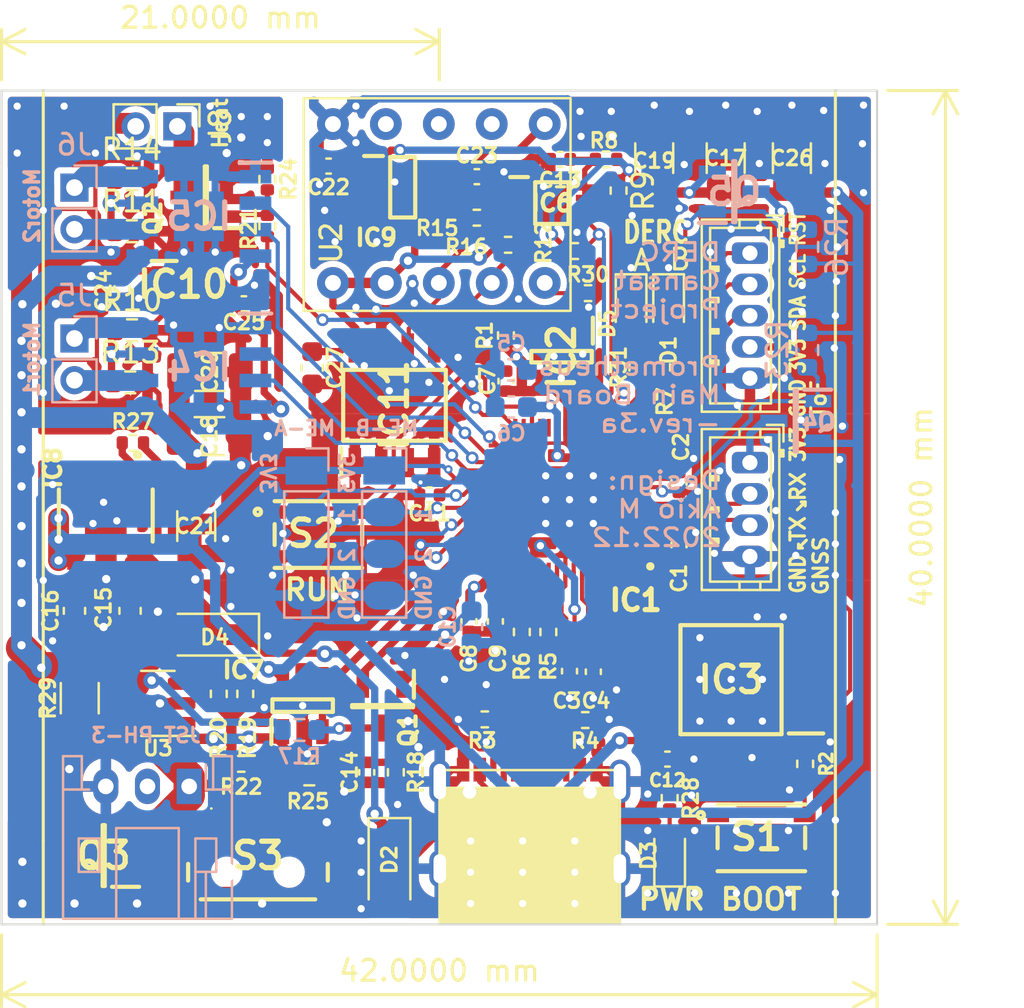
<source format=kicad_pcb>
(kicad_pcb (version 20211014) (generator pcbnew)
  (layers (0 "F.Cu" signal) (31 "B.Cu" signal) (34 "B.Paste" user) (35 "F.Paste" user) (36 "B.SilkS" user "B.Silkscreen") (37 "F.SilkS" user "F.Silkscreen") (38 "B.Mask" user) (39 "F.Mask" user) (44 "Edge.Cuts" user))
  (net 0 "")
  (net 1 "+3V3")
  (net 2 "GND")
  (net 3 "+1V1")
  (net 4 "Net-(C13-Pad1)")
  (net 5 "Net-(C14-Pad1)")
  (net 6 "/7V4")
  (net 7 "Net-(D1-Pad2)")
  (net 8 "/VBUS")
  (net 9 "Net-(D3-Pad2)")
  (net 12 "/GPIO4_GNSS_TX")
  (net 13 "/GPIO5_GNSS_RX")
  (net 14 "/XIN")
  (net 19 "/GPIO18_MO_B1")
  (net 20 "/GPIO19_MO_B2")
  (net 22 "/GPIO29_Vmonitor")
  (net 23 "Net-(IC1-Pad46)")
  (net 24 "Net-(IC1-Pad47)")
  (net 25 "/QSPI_SD3")
  (net 26 "/QSPI_SCLK")
  (net 27 "/QSPI_SD0")
  (net 28 "/QSPI_SD2")
  (net 29 "/QSPI_SD1")
  (net 30 "/QSPI_SS")
  (net 32 "Net-(IC2-Pad3)")
  (net 33 "/M1_MINUS")
  (net 34 "Net-(IC4-Pad7)")
  (net 35 "/M1_PLUS")
  (net 36 "/M2_MINUS")
  (net 37 "Net-(IC5-Pad7)")
  (net 38 "/M2_PLUS")
  (net 39 "+1V8")
  (net 40 "Net-(IC7-Pad1)")
  (net 41 "Net-(IC8-Pad1)")
  (net 43 "/VREG")
  (net 45 "/BAT_IN")
  (net 46 "Net-(J8-Pad1)")
  (net 47 "Net-(Q2-Pad1)")
  (net 48 "Net-(R2-Pad1)")
  (net 49 "Net-(R3-Pad1)")
  (net 50 "Net-(R4-Pad1)")
  (net 51 "/USB_D_P")
  (net 52 "/USB_D_N")
  (net 53 "Net-(R19-Pad2)")
  (net 54 "Net-(Q3-Pad1)")
  (net 55 "/RUN")
  (net 67 "/GPIO28_Imonitor")
  (net 69 "/GPIO9_ToF_SCL")
  (net 70 "/GPIO8_ToF_SDA")
  (net 71 "/GPIO7_GNSS_VCC")
  (net 74 "/GPIO25_MOE_B2")
  (net 75 "/GPIO24_MOE_A2")
  (net 76 "/GPIO23_MOE_B1")
  (net 77 "/GPIO22_MOE_A1")
  (net 78 "/GPIO21_MO_A2")
  (net 79 "/GPIO20_MO_A1")
  (net 80 "/GPIO10_ToF_LPn")
  (net 81 "/GPIO17_Nichrome")
  (net 82 "/GPIO12_LED")
  (net 83 "/GPIO14_ToF_VCC")
  (net 85 "/3V3A")
  (net 87 "Net-(D5-Pad2)")
  (net 88 "/GPIO13_LED")
  (net 89 "Net-(R30-Pad2)")
  (net 90 "/GPIO14_IMU_SDA")
  (net 91 "/GPIO15_IMU_SCL")
  (net 92 "/IMU_SCL")
  (net 93 "/IMU_SDA")
  (net 94 "Net-(J2-Pad1)")
  (net 95 "Net-(J4-Pad4)")
  (footprint "Capacitor_SMD:C_0402_1005Metric" (layer "F.Cu") (at 64.389 63.881 -90)
    (fp_text reference "C4")
    (fp_text value "100n")
  )
  (footprint "Capacitor_SMD:C_1206_3216Metric" (layer "F.Cu") (at 73.914 39.243 90)
    (fp_text reference "C26")
    (fp_text value "100u")
  )
  (footprint "Capacitor_SMD:C_0402_1005Metric" (layer "F.Cu") (at 51.689 39.624 180)
    (fp_text reference "C22")
    (fp_text value "1u")
  )
  (footprint "Capacitor_SMD:C_0402_1005Metric" (layer "F.Cu") (at 63.246 63.853 -90)
    (fp_text reference "C3")
    (fp_text value "100n")
  )
  (footprint "Resistor_SMD:R_0402_1005Metric" (layer "F.Cu") (at 47.691 64.9428 90)
    (fp_text reference "R19")
    (fp_text value "100")
  )
  (footprint "Connector_PinHeader_2.00mm:PinHeader_1x02_P2.00mm_Vertical" (layer "F.Cu") (at 44.434 37.719 -90)
    (fp_text reference "J8")
    (fp_text value "Nichrome")
  )
  (footprint "SamacSys_Parts:QFN40P700X700X90-57N-D" (layer "F.Cu") (at 63.246 55.626 180)
    (fp_text reference "IC1")
    (fp_text value "RP2040" hide)
  )
  (footprint "Connector_JST_ZH:JST_ZH_B5B-ZR_1x05_P1.50mm_Vertical" (layer "F.Cu") (at 71.9 43.8 -90)
    (fp_text reference "J4" hide)
    (fp_text value "ToF")
  )
  (footprint "Resistor_SMD:R_0402_1005Metric" (layer "F.Cu") (at 46.421 64.9428 90)
    (fp_text reference "R20")
    (fp_text value "100")
  )
  (footprint "Package_TO_SOT_SMD:SOT-23-5" (layer "F.Cu") (at 43.5 65.4 180)
    (fp_text reference "U3")
    (fp_text value "LT6106")
  )
  (footprint "SamacSys_Parts:SOT127P600X175-8N" (layer "F.Cu") (at 54.85 51.1 90)
    (fp_text reference "IC11")
    (fp_text value "S-24CM01CI-J8T1U4" hide)
  )
  (footprint "Capacitor_SMD:C_0402_1005Metric" (layer "F.Cu") (at 60.198 49.939 90)
    (fp_text reference "C7")
    (fp_text value "100n")
  )
  (footprint "Capacitor_SMD:C_0402_1005Metric" (layer "F.Cu") (at 47.625 46.228)
    (fp_text reference "C25")
    (fp_text value "1u")
  )
  (footprint "Resistor_SMD:R_0402_1005Metric" (layer "F.Cu") (at 65 39.3 180)
    (fp_text reference "R8")
    (fp_text value "200k")
  )
  (footprint "Resistor_SMD:R_0402_1005Metric" (layer "F.Cu") (at 59.182 66.167 180)
    (fp_text reference "R3")
    (fp_text value "5.1k")
  )
  (footprint "Resistor_SMD:R_0402_1005Metric" (layer "F.Cu") (at 42.3 52.9)
    (fp_text reference "R27")
    (fp_text value "10k")
  )
  (footprint "Capacitor_SMD:C_0402_1005Metric" (layer "F.Cu") (at 41.783 45.494 -90)
    (fp_text reference "C24")
    (fp_text value "1u")
  )
  (footprint "SamacSys_Parts:SOP50P310X90-8N" (layer "F.Cu") (at 62.4 41.4)
    (fp_text reference "IC6")
    (fp_text value "PCA9306DCUR" hide)
  )
  (footprint "Resistor_SMD:R_0402_1005Metric" (layer "F.Cu") (at 58.8 42.1 180)
    (fp_text reference "R15")
    (fp_text value "2.2k")
  )
  (footprint "Diode_SMD:D_SOD-123" (layer "F.Cu") (at 46.101 62.103 180)
    (fp_text reference "D4")
    (fp_text value "1N4148W")
  )
  (footprint "Capacitor_SMD:C_1206_3216Metric" (layer "F.Cu") (at 67.31 39.243 90)
    (fp_text reference "C19")
    (fp_text value "100u")
  )
  (footprint "SamacSys_Parts:SOT95P237X112-3N" (layer "F.Cu") (at 45.8 41.1 180)
    (fp_text reference "Q2")
    (fp_text value "IRFML8244TRPBF" hide)
  )
  (footprint "Diode_SMD:D_SOD-123" (layer "F.Cu") (at 54.61 73.152 -90)
    (fp_text reference "D2")
    (fp_text value "1N4148W")
  )
  (footprint "Resistor_SMD:R_0402_1005Metric" (layer "F.Cu") (at 54.9148 68.707 -90)
    (fp_text reference "R18")
    (fp_text value "10k")
  )
  (footprint "Capacitor_SMD:C_0402_1005Metric" (layer "F.Cu") (at 62.8 39.3 180)
    (fp_text reference "C13")
    (fp_text value "100n")
  )
  (footprint "Resistor_SMD:R_0402_1005Metric" (layer "F.Cu") (at 74.55 68.3 90)
    (fp_text reference "R2")
    (fp_text value "1k")
  )
  (footprint "LED_SMD:LED_0603_1608Metric" (layer "F.Cu") (at 66.2 46.3 -90)
    (fp_text reference "D5")
    (fp_text value "LED")
  )
  (footprint "Capacitor_SMD:C_0402_1005Metric" (layer "F.Cu") (at 67.945 68.072)
    (fp_text reference "C12")
    (fp_text value "100n")
  )
  (footprint "Resistor_SMD:R_0402_1005Metric" (layer "F.Cu") (at 67.691 49.276 90)
    (fp_text reference "R7")
    (fp_text value "1k")
  )
  (footprint "SamacSys_Parts:SOT95P280X130-5N" (layer "F.Cu") (at 55.245 40.64)
    (fp_text reference "IC9")
    (fp_text value "NJM12888F33-TE1" hide)
  )
  (footprint "SamacSys_Parts:SMT_4.2X3.2_" (layer "F.Cu") (at 51.2 57.3)
    (fp_text reference "S2")
    (fp_text value "SKRPACE010" hide)
  )
  (footprint "Capacitor_SMD:C_0402_1005Metric" (layer "F.Cu") (at 58.801 40.132)
    (fp_text reference "C23")
    (fp_text value "1u")
  )
  (footprint "Capacitor_SMD:C_0402_1005Metric" (layer "F.Cu") (at 56.53 55.4 180)
    (fp_text reference "C11")
    (fp_text value "100n")
  )
  (footprint "Connector_JST_ZH:JST_ZH_B4B-ZR_1x04_P1.50mm_Vertical" (layer "F.Cu") (at 71.9 53.85 -90)
    (fp_text reference "J2" hide)
    (fp_text value "GNSS")
  )
  (footprint "SamacSys_Parts:SOIC127P790X216-8N" (layer "F.Cu") (at 70.993 64.262 180)
    (fp_text reference "IC3")
    (fp_text value "W25Q128JVSIQ" hide)
  )
  (footprint "SamacSys_Parts:SOT-89-5-1" (layer "F.Cu") (at 41 56.388 180)
    (fp_text reference "IC8")
    (fp_text value "NJM2884U1-33-TE1" hide)
  )
  (footprint "Capacitor_SMD:C_1206_3216Metric" (layer "F.Cu") (at 45.339 56.896 -90)
    (fp_text reference "C21")
    (fp_text value "100u")
  )
  (footprint "Resistor_SMD:R_0402_1005Metric" (layer "F.Cu") (at 47.5 68.3)
    (fp_text reference "R22")
    (fp_text value "100k")
  )
  (footprint "SamacSys_Parts:SMT_4.2X3.2_" (layer "F.Cu") (at 72.45 71.85)
    (fp_text reference "S1")
    (fp_text value "SKRPACE010" hide)
  )
  (footprint "Resistor_SMD:R_0402_1005Metric" (layer "F.Cu") (at 66.5 49.276 90)
    (fp_text reference "R31")
    (fp_text value "1k")
  )
  (footprint "Resistor_SMD:R_0603_1608Metric" (layer "F.Cu") (at 42.26 47.5)
    (fp_text reference "R10")
    (fp_text value "1")
  )
  (footprint "Capacitor_SMD:C_0402_1005Metric" (layer "F.Cu") (at 68.5 57.8 90)
    (fp_text reference "C1")
    (fp_text value "100n")
  )
  (footprint "Capacitor_SMD:C_1206_3216Metric" (layer "F.Cu") (at 70.739 39.243 90)
    (fp_text reference "C17")
    (fp_text value "100u")
  )
  (footprint "Resistor_SMD:R_0402_1005Metric" (layer "F.Cu") (at 68.05 69.95 -90)
    (fp_text reference "R28")
    (fp_text value "1k")
  )
  (footprint "Resistor_SMD:R_0603_1608Metric" (layer "F.Cu") (at 50.7624 68.8086)
    (fp_text reference "R25")
    (fp_text value "3k")
  )
  (footprint "Capacitor_SMD:C_0402_1005Metric" (layer "F.Cu") (at 53.5178 68.707 -90)
    (fp_text reference "C14")
    (fp_text value "10n")
  )
  (footprint "SamacSys_Parts:SOT95P237X112-3N" (layer "F.Cu") (at 40.9 72.7 180)
    (fp_text reference "Q3")
    (fp_text value "IRLML6402" hide)
  )
  (footprint "Resistor_SMD:R_0402_1005Metric" (layer "F.Cu") (at 60.3 43.4 180)
    (fp_text reference "R16")
    (fp_text value "2.2k")
  )
  (footprint "Resistor_SMD:R_0402_1005Metric" (layer "F.Cu") (at 65.6 40.8 -90)
    (fp_text reference "R9")
    (fp_text value "2.2k")
  )
  (footprint "Resistor_SMD:R_0402_1005Metric" (layer "F.Cu") (at 48.75 40.25 90)
    (fp_text reference "R24")
    (fp_text value "10k")
  )
  (footprint "Resistor_SMD:R_0402_1005Metric" (layer "F.Cu") (at 48.75 42.5 90)
    (fp_text reference "R21")
    (fp_text value "1k")
  )
  (footprint "Capacitor_SMD:C_0603_1608Metric" (layer "F.Cu") (at 39.497 60.96 90)
    (fp_text reference "C16")
    (fp_text value "22u")
  )
  (footprint "Resistor_SMD:R_0402_1005Metric" (layer "F.Cu") (at 62.23 61.976 -90)
    (fp_text reference "R5")
    (fp_text value "27")
  )
  (footprint "Capacitor_SMD:C_0402_1005Metric" (layer "F.Cu") (at 58.42 61.468 -90)
    (fp_text reference "C8")
    (fp_text value "1u")
  )
  (footprint "LED_SMD:LED_0603_1608Metric" (layer "F.Cu") (at 68 46.3 -90)
    (fp_text reference "D1")
    (fp_text value "LED")
  )
  (footprint "Resistor_SMD:R_0402_1005Metric" (layer "F.Cu") (at 64 66.2)
    (fp_text reference "R4")
    (fp_text value "5.1k")
  )
  (footprint "Capacitor_SMD:C_0603_1608Metric" (layer "F.Cu") (at 50.9 49.3 -90)
    (fp_text reference "C27")
    (fp_text value "100n")
  )
  (footprint "Resistor_SMD:R_0402_1005Metric" (layer "F.Cu") (at 60.198 47.752 90)
    (fp_text reference "R1")
    (fp_text value "1k")
  )
  (footprint "Resistor_SMD:R_0402_1005Metric" (layer "F.Cu") (at 64.135 45.72 180)
    (fp_text reference "R30")
    (fp_text value "10k")
  )
  (footprint "Resistor_SMD:R_0603_1608Metric" (layer "F.Cu") (at 42.25 42.75)
    (fp_text reference "R11")
    (fp_text value "1")
  )
  (footprint "LED_SMD:LED_0603_1608Metric" (layer "F.Cu") (at 68.05 72.7 90)
    (fp_text reference "D3")
    (fp_text value "LED")
  )
  (footprint "tanekonsat:USB_typeC_t" (layer "F.Cu") (at 57.021 68.599)
    (fp_text reference "U1")
    (fp_text value "USB_type_C")
  )
  (footprint "Capacitor_SMD:C_0603_1608Metric" (layer "F.Cu") (at 42.164 60.96 -90)
    (fp_text reference "C15")
    (fp_text value "22u")
  )
  (footprint "SamacSys_Parts:SOT95P280X130-5N" (layer "F.Cu") (at 62.865 48.768 -90)
    (fp_text reference "IC2")
    (fp_text value "SIT2001BI-S2-33E-12.000000G" hide)
  )
  (footprint "Resistor_SMD:R_0402_1005Metric" (layer "F.Cu") (at 63.5 43.7)
    (fp_text reference "R12")
    (fp_text value "2.2k")
  )
  (footprint "Capacitor_SMD:C_1206_3216Metric" (layer "F.Cu") (at 45.974 52.578)
    (fp_text reference "C18")
    (fp_text value "100u")
  )
  (footprint "tanekonsat:ICM-20948_SL" (layer "F.Cu") (at 51.896 47.769)
    (fp_text reference "U2")
    (fp_text value "ICM-20948-SL")
  )
  (footprint "Resistor_SMD:R_0603_1608Metric" (layer "F.Cu") (at 42.25 40.25)
    (fp_text reference "R14")
    (fp_text value "1")
  )
  (footprint "SamacSys_Parts:SOT65P210X100-5N" (layer "F.Cu") (at 44.7 45.3)
    (fp_text reference "IC10")
    (fp_text value "NJM2878F3-33-TE2" hide)
  )
  (footprint "Resistor_SMD:R_1206_3216Metric" (layer "F.Cu") (at 39.751 65.151 90)
    (fp_text reference "R29")
    (fp_text value "0.01")
  )
  (footprint "SamacSys_Parts:SOT95P275X130-5N" (layer "F.Cu") (at 50.4444 65.5066 90)
    (fp_text reference "IC7")
    (fp_text value "S-89431ACMC-HBVT2U" hide)
  )
  (footprint "Capacitor_SMD:C_1206_3216Metric" (layer "F.Cu") (at 46 49.5)
    (fp_text reference "C20")
    (fp_text value "100u")
  )
  (footprint "Capacitor_SMD:C_0402_1005Metric" (layer "F.Cu") (at 68.5 54.8 -90)
    (fp_text reference "C2")
    (fp_text value "100n")
  )
  (footprint "SamacSys_Parts:SSSS811101" (layer "F.Cu") (at 48.3 73.5)
    (fp_text reference "S3")
    (fp_text value "SSSS811101" hide)
  )
  (footprint "Capacitor_SMD:C_0402_1005Metric" (layer "F.Cu") (at 59.69 61.468 -90)
    (fp_text reference "C9")
    (fp_text value "1u")
  )
  (footprint "Resistor_SMD:R_0402_1005Metric" (layer "F.Cu") (at 60.96 61.976 -90)
    (fp_text reference "R6")
    (fp_text value "27")
  )
  (footprint "SamacSys_Parts:SOT95P237X112-3N" (layer "F.Cu") (at 54.2798 65.532 -90)
    (fp_text reference "Q1")
    (fp_text value "IRFML8244TRPBF" hide)
  )
  (footprint "Resistor_SMD:R_0603_1608Metric" (layer "F.Cu") (at 42.175 50)
    (fp_text reference "R13")
    (fp_text value "1")
  )
  (footprint "SamacSys_Parts:SOT95P237X112-3N" (layer "B.Cu") (at 74.1 51.85 180)
    (fp_text reference "Q4")
    (fp_text value "IRLML6402" hide)
  )
  (footprint "Resistor_SMD:R_0603_1608Metric" (layer "B.Cu") (at 74.65 43.5 90)
    (fp_text reference "R26")
    (fp_text value "30k")
  )
  (footprint "Capacitor_SMD:C_0603_1608Metric" (layer "B.Cu") (at 58.547 61.735 -90)
    (fp_text reference "C10")
    (fp_text value "100n")
  )
  (footprint "tanekonsat:PinHeader_1x04_P2.00mm_Vertical" (layer "B.Cu") (at 54.356 54.2262 180)
    (fp_text reference "J3" hide)
    (fp_text value "MOE_B")
  )
  (footprint "tanekonsat:PinHeader_1x04_P2.00mm_Vertical" (layer "B.Cu") (at 50.6222 54.2262 180)
    (fp_text reference "J1" hide)
    (fp_text value "MOE_A")
  )
  (footprint "Connector_PinHeader_2.00mm:PinHeader_1x02_P2.00mm_Vertical" (layer "B.Cu") (at 39.497 47.895 180)
    (fp_text reference "J5")
    (fp_text value "Motor1")
  )
  (footprint "Connectors_JST:JST_PH_S3B-PH-K_03x2.00mm_Angled" (layer "B.Cu") (at 45 69.3812 180)
    (fp_text reference "J7" hide)
    (fp_text value "JST_PH_3_Side")
  )
  (footprint "Resistor_SMD:R_0603_1608Metric" (layer "B.Cu") (at 74.65 48.45 -90)
    (fp_text reference "R23")
    (fp_text value "30k")
  )
  (footprint "Capacitor_SMD:C_0603_1608Metric" (layer "B.Cu") (at 60.452 51.181 180)
    (fp_text reference "C6")
    (fp_text value "100n")
  )
  (footprint "Resistor_SMD:R_0603_1608Metric" (layer "B.Cu") (at 50.292 66.675)
    (fp_text reference "R17")
    (fp_text value "30k")
  )
  (footprint "SamacSys_Parts:SOIC127P600X175-9N" (layer "B.Cu") (at 45.466 49.276 180)
    (fp_text reference "IC4")
    (fp_text value "TB67H450FNG,EL" hide)
  )
  (footprint "Capacitor_SMD:C_0603_1608Metric" (layer "B.Cu") (at 60.452 49.403 180)
    (fp_text reference "C5")
    (fp_text value "100n")
  )
  (footprint "SamacSys_Parts:SOT95P237X112-3N" (layer "B.Cu") (at 71.15 40.85)
    (fp_text reference "Q5")
    (fp_text value "IRLML6402" hide)
  )
  (footprint "SamacSys_Parts:SOIC127P600X175-9N" (layer "B.Cu") (at 45.466 42.037 180)
    (fp_text reference "IC5")
    (fp_text value "TB67H450FNG,EL" hide)
  )
  (footprint "Connector_PinHeader_2.00mm:PinHeader_1x02_P2.00mm_Vertical" (layer "B.Cu") (at 39.497 40.656 180)
    (fp_text reference "J6")
    (fp_text value "Motor2")
  )
  (gr_line (start 38 72) (end 38 36) (layer "F.SilkS") (width 0.15))
  (gr_line (start 76 36) (end 76 76) (layer "F.SilkS") (width 0.15))
  (gr_rect (start 57.023 69.469) (end 65.532 75.949) (layer "F.SilkS") (width 0.15) (fill solid))
  (gr_line (start 38 76) (end 38 72) (layer "F.SilkS") (width 0.15))
  (gr_rect (start 36 36) (end 78 76) (layer "Edge.Cuts") (width 0.1) (fill none))
  (gr_text "1" (at 52.578 56.388 90) (layer "B.SilkS") (effects (font (size 0.7 0.7)) (justify mirror)))
  (gr_text "Motor1" (at 37.465 48.895 90) (layer "B.SilkS") (effects (font (size 0.7 0.7) (thickness 0.175)) (justify mirror)))
  (gr_text "DERC\nCansat\nProject\n\nPrometheus\nMain Board\n-rev.3a\n\nDesign:\nAkio M\n2022.12" (at 70.6 50.6) (layer "B.SilkS") (effects (font (size 0.85 1)) (justify left mirror)))
  (gr_text "ME-B" (at 54.483 52.197) (layer "B.SilkS") (effects (font (size 0.7 0.7)) (justify mirror)))
  (gr_text "JST PH-3" (at 42.926 66.929) (layer "B.SilkS") (effects (font (size 0.7 0.7)) (justify mirror)))
  (gr_text "2" (at 52.578 58.293 90) (layer "B.SilkS") (effects (font (size 0.7 0.7)) (justify mirror)))
  (gr_text "3V3" (at 48.768 54.356 -90) (layer "B.SilkS") (effects (font (size 0.7 0.7)) (justify mirror)))
  (gr_text "1" (at 56.261 56.388 90) (layer "B.SilkS") (effects (font (size 0.7 0.7)) (justify mirror)))
  (gr_text "3V3" (at 52.578 54.356 90) (layer "B.SilkS") (effects (font (size 0.7 0.7)) (justify mirror)))
  (gr_text "ME-A" (at 50.546 52.197) (layer "B.SilkS") (effects (font (size 0.7 0.7)) (justify mirror)))
  (gr_text "GND" (at 56.261 60.325 90) (layer "B.SilkS") (effects (font (size 0.7 0.7)) (justify mirror)))
  (gr_text "2" (at 56.261 58.293 90) (layer "B.SilkS") (effects (font (size 0.7 0.7)) (justify mirror)))
  (gr_text "Motor2" (at 37.465 41.529 90) (layer "B.SilkS") (effects (font (size 0.7 0.7) (thickness 0.175)) (justify mirror)))
  (gr_text "GND" (at 52.578 60.325 90) (layer "B.SilkS") (effects (font (size 0.7 0.7)) (justify mirror)))
  (gr_text "→" (at 74.454 57.794 225) (layer "F.SilkS") (effects (font (size 0.7 0.7))))
  (gr_text "3V3" (at 74.2 52.968 90) (layer "F.SilkS") (effects (font (size 0.7 0.6))))
  (gr_text "RST" (at 74.2 42.636 90) (layer "F.SilkS") (effects (font (size 0.7 0.6) (thickness 0.125))))
  (gr_text "→" (at 74.327 55.889 45) (layer "F.SilkS") (effects (font (size 0.7 0.7))))
  (gr_text "SCL" (at 74.2 44.668 90) (layer "F.SilkS") (effects (font (size 0.7 0.6) (thickness 0.125))))
  (gr_text "DERC" (at 67.4 42.799) (layer "F.SilkS") (effects (font (size 1 0.8) (thickness 0.2))))
  (gr_text "TX" (at 74.2 57.032 90) (layer "F.SilkS") (effects (font (size 0.7 0.7))))
  (gr_text "B" (at 68.55 44.1) (layer "F.SilkS") (effects (font (size 1 1))))
  (gr_text "Heat" (at 46.482 38.862 90) (layer "F.SilkS") (effects (font (size 0.7 0.7)) (justify left)))
  (gr_text "SDA" (at 74.2 46.7 90) (layer "F.SilkS") (effects (font (size 0.7 0.6))))
  (gr_text "GND" (at 74.2 59.191 90) (layer "F.SilkS") (effects (font (size 0.7 0.6))))
  (gr_text "GNSS" (at 75.3 58.8 90) (layer "F.SilkS") (effects (font (size 0.7 0.7))))
  (gr_text "BOOT" (at 72.45 74.8) (layer "F.SilkS") (effects (font (size 1 1) (thickness 0.2))))
  (gr_text "3V3" (at 74.2 48.732 90) (layer "F.SilkS") (effects (font (size 0.7 0.6))))
  (gr_text "A" (at 66.7 44.15) (layer "F.SilkS") (effects (font (size 1 1))))
  (gr_text "RUN" (at 51.15 59.95) (layer "F.SilkS") (effects (font (size 1 1) (thickness 0.2))))
  (gr_text "GND" (at 74.2 50.764 90) (layer "F.SilkS") (effects (font (size 0.7 0.6))))
  (gr_text "RX" (at 74.2 55 90) (layer "F.SilkS") (effects (font (size 0.7 0.7))))
  (gr_text "ToF" (at 75.2 50.8 90) (layer "F.SilkS") (effects (font (size 0.7 0.7))))
  (gr_text "PWR" (at 68.15 74.8) (layer "F.SilkS") (effects (font (size 1 1) (thickness 0.2))))
  (dimension (type aligned) (layer "F.SilkS") (pts (xy 78 36) (xy 78 76)) (height -3.28) (gr_text "40.0000 mm" (at 80.13 56 90) (layer "F.SilkS") (effects (font (size 1 1) (thickness 0.15)))) (format (units 3) (units_format 1) (precision 4)) (style (thickness 0.15) (arrow_length 1.27) (text_position_mode 0) (extension_height 0.58642) (extension_offset 0.5) keep_text_aligned))
  (dimension (type aligned) (layer "F.SilkS") (pts (xy 36 36) (xy 57 36)) (height -2.345) (gr_text "21.0000 mm" (at 46.5 32.505) (layer "F.SilkS") (effects (font (size 1 1) (thickness 0.15)))) (format (units 3) (units_format 1) (precision 4)) (style (thickness 0.15) (arrow_length 1.27) (text_position_mode 0) (extension_height 0.58642) (extension_offset 0.5) keep_text_aligned))
  (dimension (type aligned) (layer "F.SilkS") (pts (xy 36 76) (xy 78 76)) (height 3.375) (gr_text "42.0000 mm" (at 57 78.225) (layer "F.SilkS") (effects (font (size 1 1) (thickness 0.15)))) (format (units 3) (units_format 1) (precision 4)) (style (thickness 0.15) (arrow_length 1.27) (text_position_mode 0) (extension_height 0.58642) (extension_offset 0.5) keep_text_aligned))
  (segment (start 61.514 50.419) (end 61.915 50.018) (width 0.5) (layer "F.Cu") (net 1))
  (segment (start 54.673 38.862) (end 53.845 39.69) (width 0.35) (layer "F.Cu") (net 1))
  (segment (start 68.05 69.44) (end 68.05 68.657) (width 0.2) (layer "F.Cu") (net 1))
  (segment (start 68.994 40.894) (end 67.486 40.894) (width 0.5) (layer "F.Cu") (net 1))
  (segment (start 60.064 58.808) (end 60.028 58.772) (width 0.2) (layer "F.Cu") (net 1))
  (segment (start 58.674 59.817) (end 58.983 59.817) (width 0.5) (layer "F.Cu") (net 1))
  (segment (start 57.01 55.361662) (end 57.745662 54.626) (width 0.2) (layer "F.Cu") (net 1))
  (segment (start 66.01 39.8) (end 65.51 39.3) (width 0.25) (layer "F.Cu") (net 1))
  (segment (start 66.696 54.626) (end 68.194 54.626) (width 0.2) (layer "F.Cu") (net 1))
  (segment (start 61.046 59.076) (end 61.046 58.0996) (width 0.2) (layer "F.Cu") (net 1))
  (segment (start 57.773 54.626) (end 59.796 54.626) (width 0.2) (layer "F.Cu") (net 1))
  (segment (start 65.659 67.183) (end 66.377 67.183) (width 0.35) (layer "F.Cu") (net 1))
  (segment (start 52.895 41.59) (end 52.169 40.864) (width 0.5) (layer "F.Cu") (net 1))
  (segment (start 61.046 58.0996) (end 60.9854 58.039) (width 0.2) (layer "F.Cu") (net 1))
  (segment (start 66.696 58.226) (end 65.726 58.226) (width 0.2) (layer "F.Cu") (net 1))
  (segment (start 66.1 39.8) (end 66.01 39.8) (width 0.25) (layer "F.Cu") (net 1))
  (segment (start 68.05 68.657) (end 67.465 68.072) (width 0.2) (layer "F.Cu") (net 1))
  (segment (start 63.046 52.176) (end 63.046 51.022162) (width 0.2) (layer "F.Cu") (net 1))
  (segment (start 57.01 55.4) (end 57.01 55.361662) (width 0.2) (layer "F.Cu") (net 1))
  (segment (start 67.018 40.718) (end 67.31 40.718) (width 0.5) (layer "F.Cu") (net 1))
  (segment (start 59.796 54.626) (end 60.7728 54.626) (width 0.2) (layer "F.Cu") (net 1))
  (segment (start 62.646 59.076) (end 62.646 58.385) (width 0.2) (layer "F.Cu") (net 1))
  (segment (start 68.194 54.626) (end 68.5 54.32) (width 0.2) (layer "F.Cu") (net 1))
  (segment (start 38.735 56.515) (end 38.735 58.547) (width 1) (layer "F.Cu") (net 1))
  (segment (start 73.865 41.021) (end 73.914 40.972) (width 0.5) (layer "F.Cu") (net 1))
  (segment (start 62.4 42.9) (end 62.99 43.49) (width 0.25) (layer "F.Cu") (net 1))
  (segment (start 49.0043 63.7665) (end 49.4944 64.2566) (width 0.35) (layer "F.Cu") (net 1))
  (segment (start 60.95752 49.02152) (end 60.95752 50.28952) (width 0.5) (layer "F.Cu") (net 1))
  (segment (start 63.046 58.4422) (end 63.2714 58.2168) (width 0.2) (layer "F.Cu") (net 1))
  (segment (start 60.028 58.772) (end 59.8735 58.6175) (width 0.2) (layer "F.Cu") (net 1))
  (segment (start 52.169 40.864) (end 52.169 39.624) (width 0.5) (layer "F.Cu") (net 1))
  (segment (start 60.198 48.262) (end 60.95752 49.02152) (width 0.5) (layer "F.Cu") (net 1))
  (segment (start 59.8735 58.6175) (end 59.796 58.54) (width 0.2) (layer "F.Cu") (net 1))
  (segment (start 57.43538 54.174612) (end 57.43538 54.28838) (width 0.2) (layer "F.Cu") (net 1))
  (segment (start 63.046 59.076) (end 63.046 58.4422) (width 0.2) (layer "F.Cu") (net 1))
  (segment (start 65.726 58.226) (end 65.7098 58.2422) (width 0.2) (layer "F.Cu") (net 1))
  (segment (start 59.796 58.226) (end 60.520022 58.226) (width 0.2) (layer "F.Cu") (net 1))
  (segment (start 66.1 39.8) (end 67.018 40.718) (width 0.5) (layer "F.Cu") (net 1))
  (segment (start 39.497 60.185) (end 39.497 58.262) (width 0.5) (layer "F.Cu") (net 1))
  (segment (start 62.646 59.725) (end 62.865 59.944) (width 0.2) (layer "F.Cu") (net 1))
  (segment (start 60.646 59.076) (end 60.646 59.143) (width 0.2) (layer "F.Cu") (net 1))
  (segment (start 67.465 66.239) (end 67.393 66.167) (width 0.5) (layer "F.Cu") (net 1))
  (segment (start 62.738 58.293) (end 62.8396 58.1914) (width 0.2) (layer "F.Cu") (net 1))
  (segment (start 59.796 58.54) (end 59.796 58.226) (width 0.2) (layer "F.Cu") (net 1))
  (segment (start 48.810723 63.7665) (end 49.0043 63.7665) (width 0.35) (layer "F.Cu") (net 1))
  (segment (start 62.99 43.49) (end 62.99 43.7) (width 0.25) (layer "F.Cu") (net 1))
  (segment (start 60.332 59.076) (end 60.646 59.076) (width 0.2) (layer "F.Cu") (net 1))
  (segment (start 57.43538 54.28838) (end 57.773 54.626) (width 0.2) (layer "F.Cu") (net 1))
  (segment (start 61.046 59.076) (end 60.646 59.076) (width 0.2) (layer "F.Cu") (net 1))
  (segment (start 66.696 58.226) (end 68.446 58.226) (width 0.2) (layer "F.Cu") (net 1))
  (segment (start 62.646 59.076) (end 62.646 59.725) (width 0.2) (layer "F.Cu") (net 1))
  (segment (start 63.181178 53.0352) (end 63.2714 53.0352) (width 0.2) (layer "F.Cu") (net 1))
  (segment (start 62.865 59.944) (end 62.865 61.105684) (width 0.2) (layer "F.Cu") (net 1))
  (segment (start 53.779 39.624) (end 53.845 39.69) (width 0.5) (layer "F.Cu") (net 1))
  (segment (start 60.520022 58.226) (end 60.6552 58.090822) (width 0.2) (layer "F.Cu") (net 1))
  (segment (start 76.073 40.894) (end 68.994 40.894) (width 0.5) (layer "F.Cu") (net 1))
  (segment (start 62.865 59.944) (end 63.046 59.763) (width 0.2) (layer "F.Cu") (net 1))
  (segment (start 57.277 62.4348) (end 55.2298 64.482) (width 0.35) (layer "F.Cu") (net 1))
  (segment (start 63.046 59.763) (end 63.046 59.076) (width 0.2) (layer "F.Cu") (net 1))
  (segment (start 39.044 58.238) (end 38.735 58.547) (width 1) (layer "F.Cu") (net 1))
  (segment (start 66.696 54.626) (end 65.77 54.626) (width 0.2) (layer "F.Cu") (net 1))
  (segment (start 58.42 60.988) (end 58.42 60.071) (width 0.35) (layer "F.Cu") (net 1))
  (segment (start 60.332 59.076) (end 60.064 58.808) (width 0.2) (layer "F.Cu") (net 1))
  (segment (start 67.359 41.021) (end 67.31 40.972) (width 0.5) (layer "F.Cu") (net 1))
  (segment (start 60.198 50.419) (end 61.087 50.419) (width 0.5) (layer "F.Cu") (net 1))
  (segment (start 67.486 40.894) (end 67.31 40.718) (width 0.5) (layer "F.Cu") (net 1))
  (segment (start 65.77 54.626) (end 65.7606 54.6354) (width 0.2) (layer "F.Cu") (net 1))
  (segment (start 63.088307 63.215307) (end 63.246 63.373) (width 0.2) (layer "F.Cu") (net 1))
  (segment (start 68.446 58.226) (end 68.5 58.28) (width 0.2) (layer "F.Cu") (net 1))
  (segment (start 57.745662 54.626) (end 57.773 54.626) (width 0.2) (layer "F.Cu") (net 1))
  (segment (start 65.61 40.29) (end 66.1 39.8) (width 0.25) (layer "F.Cu") (net 1))
  (segment (start 55.118 38.862) (end 54.673 38.862) (width 0.35) (layer "F.Cu") (net 1))
  (segment (start 67.465 68.072) (end 67.465 66.239) (width 0.5) (layer "F.Cu") (net 1))
  (segment (start 62.041838 50.018) (end 61.915 50.018) (width 0.2) (layer "F.Cu") (net 1))
  (segment (start 62.646 58.385) (end 62.738 58.293) (width 0.2) (layer "F.Cu") (net 1))
  (segment (start 66.377 67.183) (end 67.393 66.167) (width 0.35) (layer "F.Cu") (net 1))
  (segment (start 58.42 60.071) (end 58.674 59.817) (width 0.35) (layer "F.Cu") (net 1))
  (segment (start 39.521 58.238) (end 39.044 58.238) (width 1) (layer "F.Cu") (net 1))
  (segment (start 60.7728 54.626) (end 60.8076 54.6608) (width 0.2) (layer "F.Cu") (net 1))
  (segment (start 63.046 52.176) (end 63.046 52.900022) (width 0.2) (layer "F.Cu") (net 1))
  (segment (start 60.95752 50.28952) (end 61.087 50.419) (width 0.5) (layer "F.Cu") (net 1))
  (segment (start 58.983 59.817) (end 60.028 58.772) (width 0.5) (layer "F.Cu") (net 1))
  (segment (start 53.845 41.59) (end 52.895 41.59) (width 0.5) (layer "F.Cu") (net 1))
  (segment (start 63.088307 61.328991) (end 63.088307 63.215307) (width 0.2) (layer "F.Cu") (net 1))
  (segment (start 65.6 40.29) (end 65.61 40.29) (width 0.25) (layer "F.Cu") (net 1))
  (segment (start 63.046 52.900022) (end 63.181178 53.0352) (width 0.2) (layer "F.Cu") (net 1))
  (segment (start 57.277 62.103) (end 57.277 62.4348) (width 0.35) (layer "F.Cu") (net 1))
  (segment (start 52.169 39.624) (end 53.779 39.624) (width 0.5) (layer "F.Cu") (net 1))
  (segment (start 62.865 61.105684) (end 63.088307 61.328991) (width 0.2) (layer "F.Cu") (net 1))
  (segment (start 63.046 51.022162) (end 62.041838 50.018) (width 0.2) (layer "F.Cu") (net 1))
  (segment (start 61.087 50.419) (end 61.514 50.419) (width 0.5) (layer "F.Cu") (net 1))
  (via (at 38.735 57.531) (size 0.8) (drill 0.4) (layers "F.Cu" "B.Cu") (net 1))
  (via (at 65.659 67.183) (size 0.8) (drill 0.4) (layers "F.Cu" "B.Cu") (net 1))
  (via (at 55.118 38.862) (size 0.6) (drill 0.35) (layers "F.Cu" "B.Cu") (net 1))
  (via (at 68.994 40.894) (size 0.6) (drill 0.35) (layers "F.Cu" "B.Cu") (net 1))
  (via (at 58.674 59.817) (size 0.6) (drill 0.35) (layers "F.Cu" "B.Cu") (net 1))
  (via (at 66.1 39.8) (size 0.6) (drill 0.35) (layers "F.Cu" "B.Cu") (net 1))
  (via (at 62.4 42.9) (size 0.6) (drill 0.35) (layers "F.Cu" "B.Cu") (net 1))
  (via (at 38.735 58.547) (size 0.8) (drill 0.4) (layers "F.Cu" "B.Cu") (net 1))
  (via (at 60.705 48.769) (size 0.6) (drill 0.35) (layers "F.Cu" "B.Cu") (net 1))
  (via (at 38.735 56.515) (size 0.8) (drill 0.4) (layers "F.Cu" "B.Cu") (net 1))
  (via (at 48.810723 63.7665) (size 0.8) (drill 0.4) (layers "F.Cu" "B.Cu") (net 1))
  (via (at 57.43538 54.174612) (size 0.4) (drill 0.2) (layers "F.Cu" "B.Cu") (net 1))
  (via (at 57.277 62.103) (size 0.8) (drill 0.4) (layers "F.Cu" "B.Cu") (net 1))
  (via (at 76.073 40.894) (size 0.6) (drill 0.35) (layers "F.Cu" "B.Cu") (net 1))
  (segment (start 74.675 44.3) (end 76.85 44.3) (width 0.2) (layer "B.Cu") (net 1))
  (segment (start 77.089 41.91) (end 77.089 42.789) (width 0.5) (layer "B.Cu") (net 1))
  (segment (start 51.172103 62.155867) (end 52.757867 62.155867) (width 0.5) (layer "B.Cu") (net 1))
  (segment (start 50.6222 54.2262) (end 54.356 54.2262) (width 0.35) (layer "B.Cu") (net 1))
  (segment (start 77.089 47.911) (end 77.089 48.011) (width 0.5) (layer "B.Cu") (net 1))
  (segment (start 38.735 57.531) (end 38.972511 57.768511) (width 1) (layer "B.Cu") (net 1))
  (segment (start 70.1 39.9) (end 69.988 39.9) (width 0.35) (layer "B.Cu") (net 1))
  (segment (start 38.735 58.547) (end 38.862 58.42) (width 0.35) (layer "B.Cu") (net 1))
  (segment (start 48.3898 54.2262) (end 50.6222 54.2262) (width 0.35) (layer "B.Cu") (net 1))
  (segment (start 60.705 48.881) (end 61.227 49.403) (width 0.5) (layer "B.Cu") (net 1))
  (segment (start 44.958 57.658) (end 48.3898 54.2262) (width 0.35) (layer "B.Cu") (net 1))
  (segment (start 77.089 42.789) (end 77.089 44.539) (width 0.5) (layer "B.Cu") (net 1))
  (segment (start 76.975 47.625) (end 77.089 47.511) (width 0.2) (layer "B.Cu") (net 1))
  (segment (start 58.547 59.944) (end 58.674 59.817) (width 0.35) (layer "B.Cu") (net 1))
  (segment (start 61.766668 38.862) (end 55.118 38.862) (width 0.35) (layer "B.Cu") (net 1))
  (segment (start 76.073 40.894) (end 77.089 41.91) (width 0.5) (layer "B.Cu") (net 1))
  (segment (start 77.089 48.011) (end 77.089 52.911) (width 0.5) (layer "B.Cu") (net 1))
  (segment (start 48.6535 63.7665) (end 46.25 61.363) (width 0.5) (layer "B.Cu") (net 1))
  (segment (start 62.13952 70.64852) (end 61.849 70.358) (width 0.5) (layer "B.Cu") (net 1))
  (segment (start 77.089 47.511) (end 77.089 47.911) (width 0.5) (layer "B.Cu") (net 1))
  (segment (start 61.849 70.358) (end 61.04303 70.358) (width 0.5) (layer "B.Cu") (net 1))
  (segment (start 57.224133 62.155867) (end 52.757867 62.155867) (width 0.5) (layer "B.Cu") (net 1))
  (segment (start 57.167153 54.010489) (end 54.571711 54.010489) (width 0.2) (layer "B.Cu") (net 1))
  (segment (start 57.410481 54.199511) (end 57.356175 54.199511) (width 0.2) (layer "B.Cu") (net 1))
  (segment (start 46.25 61.363) (end 46.25 58.95) (width 0.5) (layer "B.Cu") (net 1))
  (segment (start 46.25 58.95) (end 44.958 57.658) (width 0.5) (layer "B.Cu") (net 1))
  (segment (start 77.089 68.199) (end 74.63948 70.64852) (width 0.5) (layer "B.Cu") (net 1))
  (segment (start 65.7 39.4) (end 62.304668 39.4) (width 0.35) (layer "B.Cu") (net 1))
  (segment (start 60.705 48.769) (end 60.705 48.881) (width 0.5) (layer "B.Cu") (net 1))
  (segment (start 57.277 62.103) (end 57.224133 62.155867) (width 0.5) (layer "B.Cu") (net 1))
  (segment (start 58.547 60.96) (end 58.547 59.944) (width 0.35) (layer "B.Cu") (net 1))
  (segment (start 62.4 42.9) (end 62.4 41.9) (width 0.25) (layer "B.Cu") (net 1))
  (segment (start 52.840897 62.155867) (end 52.757867 62.155867) (width 0.5) (layer "B.Cu") (net 1))
  (segment (start 77.089 44.539) (end 77.089 47.511) (width 0.5) (layer "B.Cu") (net 1))
  (segment (start 77.075489 52.924511) (end 77.089 52.911) (width 0.35) (layer "B.Cu") (net 1))
  (segment (start 48.810723 63.7665) (end 48.6535 63.7665) (width 0.5) (layer "B.Cu") (net 1))
  (segment (start 62.4 41.9) (end 64.9 39.4) (width 0.25) (layer "B.Cu") (net 1))
  (segment (start 65.659 67.183) (end 65.637016 67.183) (width 0.35) (layer "B.Cu") (net 1))
  (segment (start 62.35595 70.358) (end 61.849 70.358) (width 0.5) (layer "B.Cu") (net 1))
  (segment (start 64.9 39.4) (end 65.7 39.4) (width 0.25) (layer "B.Cu") (net 1))
  (segment (start 54.571711 54.010489) (end 54.356 54.2262) (width 0.2) (layer "B.Cu") (net 1))
  (segment (start 76.900489 48.099511) (end 77.089 47.911) (width 0.2) (layer "B.Cu") (net 1))
  (segment (start 77.028 53.85) (end 77.089 53.911) (width 0.35) (layer "B.Cu") (net 1))
  (segment (start 76.928 54.95) (end 77.089 55.111) (width 0.35) (layer "B.Cu") (net 1))
  (segment (start 38.972511 57.768511) (end 44.847489 57.768511) (width 1) (layer "B.Cu") (net 1))
  (segment (start 69.988 39.9) (end 68.994 40.894) (width 0.35) (layer "B.Cu") (net 1))
  (segment (start 65.53095 67.183) (end 62.35595 70.358) (width 0.5) (layer "B.Cu") (net 1))
  (segment (start 57.43538 54.174612) (end 57.410481 54.199511) (width 0.2) (layer "B.Cu") (net 1))
  (segment (start 66.1 39.8) (end 65.7 39.4) (width 0.35) (layer "B.Cu") (net 1))
  (segment (start 44.847489 57.768511) (end 44.958 57.658) (width 1) (layer "B.Cu") (net 1))
  (segment (start 77.089 53.911) (end 77.089 55.111) (width 0.5) (layer "B.Cu") (net 1))
  (segment (start 77.089 52.911) (end 77.089 53.911) (width 0.5) (layer "B.Cu") (net 1))
  (segment (start 77 42.7) (end 77.089 42.789) (width 0.35) (layer "B.Cu") (net 1))
  (segment (start 57.404 62.103) (end 58.547 60.96) (width 0.5) (layer "B.Cu") (net 1))
  (segment (start 77.089 55.111) (end 77.089 68.199) (width 0.5) (layer "B.Cu") (net 1))
  (segment (start 48.810723 63.7665) (end 49.56147 63.7665) (width 0.5) (layer "B.Cu") (net 1))
  (segment (start 76.85 44.3) (end 77.089 44.539) (width 0.2) (layer "B.Cu") (net 1))
  (segment (start 75.15 52.8) (end 75.274511 52.924511) (width 0.35) (layer "B.Cu") (net 1))
  (segment (start 57.356175 54.199511) (end 57.167153 54.010489) (width 0.2) (layer "B.Cu") (net 1))
  (segment (start 74.65 44.325) (end 74.675 44.3) (width 0.2) (layer "B.Cu") (net 1))
  (segment (start 75.274511 52.924511) (end 77.075489 52.924511) (width 0.35) (layer "B.Cu") (net 1))
  (segment (start 57.277 62.103) (end 57.404 62.103) (width 0.5) (layer "B.Cu") (net 1))
  (segment (start 65.659 67.183) (end 65.53095 67.183) (width 0.5) (layer "B.Cu") (net 1))
  (segment (start 62.304668 39.4) (end 61.766668 38.862) (width 0.35) (layer "B.Cu") (net 1))
  (segment (start 61.04303 70.358) (end 52.840897 62.155867) (width 0.5) (layer "B.Cu") (net 1))
  (segment (start 74.65 47.625) (end 76.975 47.625) (width 0.2) (layer "B.Cu") (net 1))
  (segment (start 49.56147 63.7665) (end 51.172103 62.155867) (width 0.5) (layer "B.Cu") (net 1))
  (segment (start 74.63948 70.64852) (end 62.13952 70.64852) (width 0.5) (layer "B.Cu") (net 1))
  (segment (start 38.735 57.531) (end 38.735 58.547) (width 0.35) (layer "B.Cu") (net 1))
  (segment (start 43.085 47.415) (end 43.9 46.6) (width 0.25) (layer "F.Cu") (net 2))
  (segment (start 43.085 47.5) (end 43.085 49.915) (width 0.35) (layer "F.Cu") (net 2))
  (segment (start 50.9 51.2) (end 51.1 51.4) (width 0.35) (layer "F.Cu") (net 2))
  (segment (start 60.1 39.9) (end 60.1 39.925) (width 0.25) (layer "F.Cu") (net 2))
  (segment (start 48.768 52.578) (end 47.449 52.578) (width 1) (layer "F.Cu") (net 2))
  (segment (start 54.265 47.75) (end 54.265 47.35) (width 0.2) (layer "F.Cu") (net 2))
  (segment (start 54.61 40.64) (end 54.864 40.386) (width 0.5) (layer "F.Cu") (net 2))
  (segment (start 43.5 48.05) (end 43.65 48.2) (width 0.25) (layer "F.Cu") (net 2))
  (segment (start 48.105 45.367) (end 48.133 45.339) (width 0.35) (layer "F.Cu") (net 2))
  (segment (start 64.389 64.361) (end 64.389 65.151) (width 0.35) (layer "F.Cu") (net 2))
  (segment (start 43.085 47.5) (end 43.085 47.635) (width 0.25) (layer "F.Cu") (net 2))
  (segment (start 46.55 40.05) (end 46.55 40.95) (width 0.2) (layer "F.Cu") (net 2))
  (segment (start 41.25 43.75) (end 41.78057 43.75) (width 0.35) (layer "F.Cu") (net 2))
  (segment (start 40.5 41.75) (end 40.5 43.45) (width 0.2) (layer "F.Cu") (net 2))
  (segment (start 43.085 47.5) (end 43.085 47.415) (width 0.25) (layer "F.Cu") (net 2))
  (segment (start 47.26 39.74) (end 46.85 40.15) (width 0.35) (layer "F.Cu") (net 2))
  (segment (start 41.021 55.118) (end 40.386 55.753) (width 0.35) (layer "F.Cu") (net 2))
  (segment (start 65.45 38.2) (end 66.2 38.95) (width 0.2) (layer "F.Cu") (net 2))
  (segment (start 50.644889 66.957089) (end 50.4444 66.7566) (width 0.5) (layer "F.Cu") (net 2))
  (segment (start 40.8 46.3715) (end 41.3855 46.3715) (width 0.35) (layer "F.Cu") (net 2))
  (segment (start 60.1 39.9) (end 59.513 39.9) (width 0.35) (layer "F.Cu") (net 2))
  (segment (start 67.31 36.703) (end 65.547 36.703) (width 0.35) (layer "F.Cu") (net 2))
  (segment (start 65.091 68.579) (end 65.661 69.149) (width 0.35) (layer "F.Cu") (net 2))
  (segment (start 55.485 54.185) (end 56.1 54.8) (width 0.2) (layer "F.Cu") (net 2))
  (segment (start 58.141 68.579) (end 57.591 68.579) (width 0.35) (layer "F.Cu") (net 2))
  (segment (start 59.513 39.9) (end 59.281 40.132) (width 0.35) (layer "F.Cu") (net 2))
  (segment (start 43 50) (end 42.1 50.9) (width 0.25) (layer "F.Cu") (net 2))
  (segment (start 52.9872 60.2262) (end 54.356 60.2262) (width 0.35) (layer "F.Cu") (net 2))
  (segment (start 40.8 46.3715) (end 40.575489 46.596011) (width 0.2) (layer "F.Cu") (net 2))
  (segment (start 42.85 45.3) (end 42.580421 45.569579) (width 0.35) (layer "F.Cu") (net 2))
  (segment (start 50.9 50.075) (end 50.9 51.2) (width 0.35) (layer "F.Cu") (net 2))
  (segment (start 45.293964 59.456036) (end 45.339 59.411) (width 0.5) (layer "F.Cu") (net 2))
  (segment (start 43.7 39.8) (end 43.7 39.25) (width 0.25) (layer "F.Cu") (net 2))
  (segment (start 63.815 48.575) (end 63.815 47.518) (width 0.2) (layer "F.Cu") (net 2))
  (segment (start 64.246 50.956959) (end 64.480997 50.721964) (width 0.2) (layer "F.Cu") (net 2))
  (segment (start 47.449 53.926) (end 47.449 52.578) (width 1) (layer "F.Cu") (net 2))
  (segment (start 42.76 42.77057) (end 42.76 42.75) (width 0.35) (layer "F.Cu") (net 2))
  (segment (start 55.35 62.85) (end 55.35 63.1) (width 0.2) (layer "F.Cu") (net 2))
  (segment (start 41.021 59.436) (end 41.021 58.238) (width 1) (layer "F.Cu") (net 2))
  (segment (start 69.4 55.2265) (end 68.5535 55.2265) (width 0.2) (layer "F.Cu") (net 2))
  (segment (start 64.541 68.579) (end 65.091 68.579) (width 0.35) (layer "F.Cu") (net 2))
  (segment (start 75.184 36.703) (end 73.914 36.703) (width 0.35) (layer "F.Cu") (net 2))
  (segment (start 54.265 47.35) (end 53.315 46.4) (width 0.2) (layer "F.Cu") (net 2))
  (segment (start 44.075 43.75) (end 43.075 42.75) (width 0.35) (layer "F.Cu") (net 2))
  (segment (start 73.914 36.703) (end 70.739 36.703) (width 0.35) (layer "F.Cu") (net 2))
  (segment (start 42.5 39.99) (end 42.76 40.25) (width 0.35) (layer "F.Cu") (net 2))
  (segment (start 54.265 47.35) (end 55.415 46.2) (width 0.2) (layer "F.Cu") (net 2))
  (segment (start 43.5 40.25) (end 43.7 40.05) (width 0.25) (layer "F.Cu") (net 2))
  (segment (start 39.497 61.735) (end 42.164 61.735) (width 0.5) (layer "F.Cu") (net 2))
  (segment (start 40.575489 50.331916) (end 40.575489 50.975489) (width 0.25) (layer "F.Cu") (net 2))
  (segment (start 51.6 71.1) (end 51.2 71.1) (width 0.35) (layer "F.Cu") (net 2))
  (segment (start 67.8915 73.329) (end 65.661 73.329) (width 0.2) (layer "F.Cu") (net 2))
  (segment (start 58.42 61.948) (end 58.42 63.373) (width 0.35) (layer "F.Cu") (net 2))
  (segment (start 52.4385 69.62668) (end 52.87818 69.187) (width 0.35) (layer "F.Cu") (net 2))
  (segment (start 55.75 59.25) (end 49 59.25) (width 0.2) (layer "F.Cu") (net 2))
  (segment (start 63.881 48.641) (end 63.815 48.575) (width 0.2) (layer "F.Cu") (net 2))
  (segment (start 44.75 43.75) (end 44.075 43.75) (width 0.35) (layer "F.Cu") (net 2))
  (segment (start 65.547 36.703) (end 65.25 37) (width 0.35) (layer "F.Cu") (net 2))
  (segment (start 67.31 37.768) (end 67.31 36.703) (width 0.5) (layer "F.Cu") (net 2))
  (segment (start 44 47.5) (end 44.25 47.25) (width 0.35) (layer "F.Cu") (net 2))
  (segment (start 69.3 57.2) (end 69.18 57.32) (width 0.2) (layer "F.Cu") (net 2))
  (segment (start 47.244 52.578) (end 47.449 52.578) (width 1) (layer "F.Cu") (net 2))
  (segment (start 53.315 46.4) (end 53 46.4) (width 0.2) (layer "F.Cu") (net 2))
  (segment (start 64.246 52.176) (end 64.246 50.956959) (width 0.2) (layer "F.Cu") (net 2))
  (segment (start 52.40548 69.62668) (end 51.5874 68.8086) (width 0.35) (layer "F.Cu") (net 2))
  (segment (start 44.6375 65.4) (end 43.6 65.4) (width 0.35) (layer "F.Cu") (net 2))
  (segment (start 43.65 48.2) (end 44.2 48.2) (width 0.25) (layer "F.Cu") (net 2))
  (segment (start 38 49) (end 38.079511 48.920489) (width 0.2) (layer "F.Cu") (net 2))
  (segment (start 46.85 40.15) (end 46.85 39.05) (width 1) (layer "F.Cu") (net 2))
  (segment (start 41.008 61.735) (end 40.894 61.735) (width 0.5) (layer "F.Cu") (net 2))
  (segment (start 56.05 54.85) (end 56.1 54.8) (width 0.2) (layer "F.Cu") (net 2))
  (segment (start 40.5 39) (end 40.5 41.75) (width 0.2) (layer "F.Cu") (net 2))
  (segment (start 41.325 38.825) (end 41.25 38.75) (width 0.35) (layer "F.Cu") (net 2))
  (segment (start 53.845 40.64) (end 54.61 40.64) (width 0.5) (layer "F.Cu") (net 2))
  (segment (start 43.085 47.635) (end 43.5 48.05) (width 0.25) (layer "F.Cu") (net 2))
  (segment (start 43.8 45.3) (end 42.85 45.3) (width 0.35) (layer "F.Cu") (net 2))
  (segment (start 51.2 71.1) (end 50.55 71.75) (width 0.35) (layer "F.Cu") (net 2))
  (segment (start 57.2 61) (end 55.35 62.85) (width 0.2) (layer "F.Cu") (net 2))
  (segment (start 69.18 57.32) (end 68.5 57.32) (width 0.2) (layer "F.Cu") (net 2))
  (segment (start 44.75 42.75) (end 42.76 42.75) (width 0.2) (layer "F.Cu") (net 2))
  (segment (start 47.475 49.5) (end 47.475 52.552) (width 1) (layer "F.Cu") (net 2))
  (segment (start 43.55 50.55) (end 43.55 51.15) (width 0.25) (layer "F.Cu") (net 2))
  (segment (start 75.438 36.957) (end 75.184 36.703) (width 0.35) (layer "F.Cu") (net 2))
  (segment (start 46.55 40.95) (end 44.75 42.75) (width 0.2) (layer "F.Cu") (net 2))
  (segment (start 56.05 55.4) (end 56.05 54.85) (width 0.2) (layer "F.Cu") (net 2))
  (segment (start 64.480997 49.240997) (end 63.881 48.641) (width 0.2) (layer "F.Cu") (net 2))
  (segment (start 68.5535 55.2265) (end 68.5 55.28) (width 0.2) (layer "F.Cu") (net 2))
  (segment (start 53.5178 69.187) (end 54.8848 69.187) (width 0.35) (layer "F.Cu") (net 2))
  (segment (start 68.05 73.4875) (end 67.8915 73.329) (width 0.2) (layer "F.Cu") (net 2))
  (segment (start 52.4385 69.62668) (end 52.40548 69.62668) (width 0.35) (layer "F.Cu") (net 2))
  (segment (start 59.69 61.948) (end 59.69 62.865) (width 0.35) (layer "F.Cu") (net 2))
  (segment (start 51.209 39.624) (end 51.209 38.296) (width 0.5) (layer "F.Cu") (net 2))
  (segment (start 54.8848 69.187) (end 54.9148 69.217) (width 0.35) (layer "F.Cu") (net 2))
  (segment (start 43 50) (end 43.085 49.915) (width 0.35) (layer "F.Cu") (net 2))
  (segment (start 55.415 46.2) (end 55.8 46.2) (width 0.2) (layer "F.Cu") (net 2))
  (segment (start 62.32 39.3) (end 61.72 39.9) (width 0.25) (layer "F.Cu") (net 2))
  (segment (start 52.959 60.198) (end 52.9872 60.2262) (width 0.35) (layer "F.Cu") (net 2))
  (segment (start 64.480997 50.721964) (end 64.480997 49.240997) (width 0.2) (layer "F.Cu") (net 2))
  (segment (start 64.645 45.913634) (end 64.166197 46.392437) (width 0.35) (layer "F.Cu") (net 2))
  (segment (start 47.475 52.552) (end 47.449 52.578) (width 1) (layer "F.Cu") (net 2))
  (segment (start 46.85 39.05) (end 46.8 39) (width 1) (layer "F.Cu") (net 2))
  (segment (start 70.739 36.703) (end 67.31 36.703) (width 0.35) (layer "F.Cu") (net 2))
  (segment (start 41.021 61.722) (end 41.008 61.735) (width 0.5) (layer "F.Cu") (net 2))
  (segment (start 42.5 39.1325) (end 42.5 39.99) (width 0.35) (layer "F.Cu") (net 2))
  (segment (start 59.3485 40.132) (end 59.281 40.132) (width 0.2) (layer "F.Cu") (net 2))
  (segment (start 50.644889 67.866089) (end 50.644889 66.957089) (width 0.5) (layer "F.Cu") (net 2))
  (segment (start 73.914 37.768) (end 73.914 36.703) (width 0.5) (layer "F.Cu") (net 2))
  (segment (start 43.075 40.25) (end 43.5 40.25) (width 0.25) (layer "F.Cu") (net 2))
  (segment (start 74.525 72.925) (end 70.375 72.925) (width 0.2) (layer "F.Cu") (net 2))
  (segment (start 40.575489 46.596011) (end 40.575489 50.331916) (width 0.2) (layer "F.Cu") (net 2))
  (segment (start 56.1 54.8) (end 56.755 54.145) (width 0.2) (layer "F.Cu") (net 2))
  (segment (start 40.575489 50.975489) (end 40.6 51) (width 0.25) (layer "F.Cu") (net 2))
  (segment (start 48.105 46.228) (end 48.105 45.367) (width 0.35) (layer "F.Cu") (net 2))
  (segment (start 58.672 66.167) (end 57.912 66.167) (width 0.35) (layer "F.Cu") (net 2))
  (segment (start 55.485 53.85) (end 55.485 53.015) (width 0.2) (layer "F.Cu") (net 2))
  (segment (start 70.375 72.925) (end 68.6125 72.925) (width 0.2) (layer "F.Cu") (net 2))
  (segment (start 42.580421 45.964051) (end 42.570472 45.974) (width 0.35) (layer "F.Cu") (net 2))
  (segment (start 68.425 68.072) (end 69.215 68.072) (width 0.35) (layer "F.Cu") (net 2))
  (segment (start 51.209 38.296) (end 51.896 37.609) (width 0.5) (layer "F.Cu") (net 2))
  (segment (start 42.570472 45.974) (end 41.783 45.974) (width 0.35) (layer "F.Cu") (net 2))
  (segment (start 41.021 54.538) (end 41.021 55.118) (width 0.35) (layer "F.Cu") (net 2))
  (segment (start 52.87818 69.187) (end 53.5178 69.187) (width 0.35) (layer "F.Cu") (net 2))
  (segment (start 68.6125 72.925) (end 68.05 73.4875) (width 0.2) (layer "F.Cu") (net 2))
  (segment (start 50.673 67.818) (end 50.673 67.837978) (width 0.5) (layer "F.Cu") (net 2))
  (segment (start 55.485 53.85) (end 55.485 54.185) (width 0.2) (layer "F.Cu") (net 2))
  (segment (start 40.5 43.45) (end 40.65 43.6) (width 0.2) (layer "F.Cu") (net 2))
  (segment (start 42.580421 45.569579) (end 42.580421 45.964051) (width 0.35) (layer "F.Cu") (net 2))
  (segment (start 42.1 50.9) (end 42 50.9) (width 0.25) (layer "F.Cu") (net 2))
  (segment (start 47.498 53.975) (end 47.449 53.926) (width 1) (layer "F.Cu") (net 2))
  (segment (start 41.78057 43.75) (end 42.76 42.77057) (width 0.35) (layer "F.Cu") (net 2))
  (segment (start 48.75 39.74) (end 47.26 39.74) (width 0.35) (layer "F.Cu") (net 2))
  (segment (start 38.079511 48.920489) (end 40.420489 48.920489) (width 0.2) (layer "F.Cu") (net 2))
  (segment (start 43.085 47.5) (end 44 47.5) (width 0.35) (layer "F.Cu") (net 2))
  (segment (start 57.591 68.579) (end 57.021 69.149) (width 0.35) (layer "F.Cu") (net 2))
  (segment (start 45.339 59.411) (end 45.339 58.371) (width 0.5) (layer "F.Cu") (net 2))
  (segment (start 60.1 39.925) (end 60.825 40.65) (width 0.25) (layer "F.Cu") (net 2))
  (segment (start 41.3855 46.3715) (end 41.783 45.974) (width 0.35) (layer "F.Cu") (net 2))
  (segment (start 56.755 54.145) (end 56.755 53.85) (width 0.2) (layer "F.Cu") (net 2))
  (segment (start 65.3 38.2) (end 65.45 38.2) (width 0.2) (layer "F.Cu") (net 2))
  (segment (start 40.420489 48.920489) (end 40.575489 49.075489) (width 0.2) (layer "F.Cu") (net 2))
  (segment (start 40.431489 41.681489) (end 40.5 41.75) (width 0.2) (layer "F.Cu") (net 2))
  (segment (start 38.068511 41.681489) (end 40.431489 41.681489) (width 0.2) (layer "F.Cu") (net 2))
  (segment (start 63.246 64.333) (end 63.246 65.151) (width 0.35) (layer "F.Cu") (net 2))
  (segment (start 43 50) (end 43.55 50.55) (width 0.25) (layer "F.Cu") (net 2))
  (segment (start 64.391 66.167) (end 65.151 66.167) (width 0.35) (layer "F.Cu") (net 2))
  (segment (start 43.7 40.05) (end 43.7 39.8) (width 0.25) (layer "F.Cu") (net 2))
  (segment (start 70.739 37.768) (end 70.739 36.703) (width 0.5) (layer "F.Cu") (net 2))
  (segment (start 61.72 39.9) (end 60.1 39.9) (width 0.25) (layer "F.Cu") (net 2))
  (segment (start 64.645 45.72) (end 64.645 45.913634) (width 0.35) (layer "F.Cu") (net 2))
  (segment (start 55.485 53.015) (end 56.15 52.35) (width 0.2) (layer "F.Cu") (net 2))
  (segment (start 50.673 67.837978) (end 50.644889 67.866089) (width 0.5) (layer "F.Cu") (net 2))
  (segment (start 43.9 46.6) (end 43.95 46.6) (width 0.25) (layer "F.Cu") (net 2))
  (segment (start 38 41.75) (end 38.068511 41.681489) (width 0.2) (layer "F.Cu") (net 2))
  (via (at 36.75 39) (size 0.6) (drill 0.35) (layers "F.Cu" "B.Cu") (net 2))
  (via (at 56.1 57.8) (size 0.6) (drill 0.35) (layers "F.Cu" "B.Cu") (net 2))
  (via (at 58.5 73.5) (size 0.6) (drill 0.35) (layers "F.Cu" "B.Cu") (net 2))
  (via (at 60.1 39.9) (size 0.6) (drill 0.35) (layers "F.Cu" "B.Cu") (net 2))
  (via (at 38 59.5) (size 0.6) (drill 0.35) (layers "F.Cu" "B.Cu") (net 2))
  (via (at 71 64.25) (size 0.6) (drill 0.35) (layers "F.Cu" "B.Cu") (net 2))
  (via (at 58.57283 50.07717) (size 0.6) (drill 0.35) (layers "F.Cu" "B.Cu") (net 2))
  (via (at 73.75 71.5) (size 0.6) (drill 0.35) (layers "F.Cu" "B.Cu") (net 2))
  (via (at 38 49) (size 0.6) (drill 0.35) (layers "F.Cu" "B.Cu") (net 2))
  (via (at 72.5 66.25) (size 0.6) (drill 0.35) (layers "F.Cu" "B.Cu") (net 2))
  (via (at 76 74.5) (size 0.6) (drill 0.35) (layers "F.Cu" "B.Cu") (net 2))
  (via (at 55.8 46.2) (size 0.6) (drill 0.35) (layers "F.Cu" "B.Cu") (net 2))
  (via (at 51.25 40.5) (size 0.6) (drill 0.35) (layers "F.Cu" "B.Cu") (net 2))
  (via (at 40.8 46.3715) (size 0.6) (drill 0.35) (layers "F.Cu" "B.Cu") (net 2))
  (via (at 65.5 64.75) (size 0.6) (drill 0.35) (layers "F.Cu" "B.Cu") (net 2))
  (via (at 63.6 42.8) (size 0.6) (drill 0.35) (layers "F.Cu" "B.Cu") (net 2))
  (via (at 72 68) (size 0.6) (drill 0.35) (layers "F.Cu" "B.Cu") (net 2))
  (via (at 38 41.75) (size 0.6) (drill 0.35) (layers "F.Cu" "B.Cu") (net 2))
  (via (at 72.5 64.25) (size 0.6) (drill 0.35) (layers "F.Cu" "B.Cu") (net 2))
  (via (at 65.151 66.167) (size 0.6) (drill 0.35) (layers "F.Cu" "B.Cu") (net 2))
  (via (at 57.25 64.25) (size 0.6) (drill 0.35) (layers "F.Cu" "B.Cu") (net 2))
  (via (at 65.3 38.2) (size 0.6) (drill 0.35) (layers "F.Cu" "B.Cu") (net 2))
  (via (at 64.389 56.769) (size 0.6) (drill 0.35) (layers "F.Cu" "B.Cu") (net 2))
  (via (at 64.389 55.626) (size 0.6) (drill 0.35) (layers "F.Cu" "B.Cu") (net 2))
  (via (at 77.35 36.7) (size 0.6) (drill 0.35) (layers "F.Cu" "B.Cu") (net 2))
  (via (at 63.246 55.626) (size 0.6) (drill 0.35) (layers "F.Cu" "B.Cu") (net 2))
  (via (at 51.6 71.1) (size 0.8) (drill 0.4) (layers "F.Cu" "B.Cu") (net 2))
  (via (at 63.246 54.483) (size 0.6) (drill 0.35) (layers "F.Cu" "B.Cu") (net 2))
  (via (at 53 36.75) (size 0.6) (drill 0.35) (layers "F.Cu" "B.Cu") (net 2))
  (via (at 73.15 56.15) (size 0.6) (drill 0.35) (layers "F.Cu" "B.Cu") (net 2))
  (via (at 70.739 36.703) (size 0.6) (drill 0.35) (layers "F.Cu" "B.Cu") (net 2))
  (via (at 67 71.5) (size 0.6) (drill 0.35) (layers "F.Cu" "B.Cu") (net 2))
  (via (at 58.5 72) (size 0.6) (drill 0.35) (layers "F.Cu" "B.Cu") (net 2))
  (via (at 68.75 39.55) (size 0.6) (drill 0.35) (layers "F.Cu" "B.Cu") (net 2))
  (via (at 47.5 37.25) (size 0.6) (drill 0.35) (layers "F.Cu" "B.Cu") (net 2))
  (via (at 42.5 75) (size 0.8) (drill 0.4) (layers "F.Cu" "B.Cu") (net 2))
  (via (at 71 66.25) (size 0.6) (drill 0.35) (layers "F.Cu" "B.Cu") (net 2))
  (via (at 70.2 58.2) (size 0.6) (drill 0.35) (layers "F.Cu" "B.Cu") (net 2))
  (via (at 41.25 43.75) (size 0.6) (drill 0.35) (layers "F.Cu" "B.Cu") (net 2))
  (via (at 70 43.75) (size 0.6) (drill 0.35) (layers "F.Cu" "B.Cu") (net 2))
  (via (at 74.4 46.6) (size 0.6) (drill 0.35) (layers "F.Cu" "B.Cu") (net 2))
  (via (at 68.5 41.65) (size 0.6) (drill 0.35) (layers "F.Cu" "B.Cu") (net 2))
  (via (at 63.246 65.151) (size 0.6) (drill 0.35) (layers "F.Cu" "B.Cu") (net 2))
  (via (at 72.25 37) (size 0.6) (drill 0.35) (layers "F.Cu" "B.Cu") (net 2))
  (via (at 48.767138 62.165249) (size 0.6) (drill 0.35) (layers "F.Cu" "B.Cu") (net 2))
  (via (at 71.3 51.1) (size 0.6) (drill 0.35) (layers "F.Cu" "B.Cu") (net 2))
  (via (at 69.3 57.2) (size 0.6) (drill 0.35) (layers "F.Cu" "B.Cu") (net 2))
  (via (at 62.103 54.483) (size 0.6) (drill 0.35) (layers "F.Cu" "B.Cu") (net 2))
  (via (at 47 60.75) (size 0.6) (drill 0.35) (layers "F.Cu" "B.Cu") (net 2))
  (via (at 63.5 72) (size 0.6) (drill 0.35) (layers "F.Cu" "B.Cu") (net 2))
  (via (at 69.5 66.25) (size 0.6) (drill 0.35) (layers "F.Cu" "B.Cu") (net 2))
  (via (at 75.438 36.957) (size 0.6) (drill 0.35) (layers "F.Cu" "B.Cu") (net 2))
  (via (at 76.05 45.15) (size 0.6) (drill 0.35) (layers "F.Cu" "B.Cu") (net 2))
  (via (at 46 36.75) (size 0.6) (drill 0.35) (layers "F.Cu" "B.Cu") (net 2))
  (via (at 63.881 48.641) (size 0.6) (drill 0.35) (layers "F.Cu" "B.Cu") (net 2))
  (via (at 72.35 39.5) (size 0.6) (drill 0.35) (layers "F.Cu" "B.Cu") (net 2))
  (via (at 69.25 71.5) (size 0.6) (drill 0.35) (layers "F.Cu" "B.Cu") (net 2))
  (via (at 38 50.5) (size 0.6) (drill 0.35) (layers "F.Cu" "B.Cu") (net 2))
  (via (at 76.3395 52.1) (size 0.6) (drill 0.35) (layers "F.Cu" "B.Cu") (net 2))
  (via (at 75.5 39.5) (size 0.6) (drill 0.35) (layers "F.Cu" "B.Cu") (net 2))
  (via (at 61 75) (size 0.6) (drill 0.35) (layers "F.Cu" "B.Cu") (net 2))
  (via (at 59.25 64.5) (size 0.6) (drill 0.35) (layers "F.Cu" "B.Cu") (net 2))
  (via (at 58.5 75) (size 0.6) (drill 0.35) (layers "F.Cu" "B.Cu") (net 2))
  (via (at 36.75 36.75) (size 0.6) (drill 0.35) (layers "F.Cu" "B.Cu") (net 2))
  (via (at 47.5 38.25) (size 0.8) (drill 0.4) (layers "F.Cu" "B.Cu") (net 2))
  (via (at 40.386 56.769) (size 0.6) (drill 0.35) (layers "F.Cu" "B.Cu") (net 2))
  (via (at 69.215 68.072) (size 0.6) (drill 0.35) (layers "F.Cu" "B.Cu") (net 2))
  (via (at 59.3 48.1) (size 0.6) (drill 0.35) (layers "F.Cu" "B.Cu") (net 2))
  (via (at 49 59.25) (size 0.6) (drill 0.35) (layers "F.Cu" "B.Cu") (net 2))
  (via (at 66.2 44.5) (size 0.6) (drill 0.35) (layers "F.Cu" "B.Cu") (net 2))
  (via (at 52.959 60.198) (size 0.6) (drill 0.35) (layers "F.Cu" "B.Cu") (net 2))
  (via (at 63.8 38.2) (size 0.6) (drill 0.35) (layers "F.Cu" "B.Cu") (net 2))
  (via (at 67 69.75) (size 0.6) (drill 0.35) (layers "F.Cu" "B.Cu") (net 2))
  (via (at 56.1 54.8) (size 0.4) (drill 0.2) (layers "F.Cu" "B.Cu") (net 2))
  (via (at 73.8 69.55) (size 0.6) (drill 0.35) (layers "F.Cu" "B.Cu") (net 2))
  (via (at 56 67.5) (size 0.8) (drill 0.4) (layers "F.Cu" "B.Cu") (net 2))
  (via (at 53 38.5) (size 0.6) (drill 0.35) (layers "F.Cu" "B.Cu") (net 2))
  (via (at 52.5 59.25) (size 0.6) (drill 0.35) (layers "F.Cu" "B.Cu") (net 2))
  (via (at 40.5 39) (size 0.6) (drill 0.35) (layers "F.Cu" "B.Cu") (net 2))
  (via (at 76.1 43.5) (size 0.6) (drill 0.35) (layers "F.Cu" "B.Cu") (net 2))
  (via (at 48.5 75) (size 0.8) (drill 0.4) (layers "F.Cu" "B.Cu") (net 2))
  (via (at 63.5 75) (size 0.6) (drill 0.35) (layers "F.Cu" "B.Cu") (net 2))
  (via (at 48.768 52.578) (size 0.8) (drill 0.4) (layers "F.Cu" "B.Cu") (net 2))
  (via (at 52.15 56.65218) (size 0.6) (drill 0.35) (layers "F.Cu" "B.Cu") (net 2))
  (via (at 69 37) (size 0.6) (drill 0.35) (layers "F.Cu" "B.Cu") (net 2))
  (via (at 53.25 75.25) (size 0.6) (drill 0.35) (layers "F.Cu" "B.Cu") (net 2))
  (via (at 69.5 64.25) (size 0.6) (drill 0.35) (layers "F.Cu" "B.Cu") (net 2))
  (via (at 41.529 56.642) (size 0.6) (drill 0.35) (layers "F.Cu" "B.Cu") (net 2))
  (via (at 50.4444 65.5066) (size 0.6) (drill 0.35) (layers "F.Cu" "B.Cu") (net 2))
  (via (at 53.96 46.49) (size 0.6) (drill 0.35) (layers "F.Cu" "B.Cu") (net 2))
  (via (at 54.6 50.4) (size 0.6) (drill 0.35) (layers "F.Cu" "B.Cu") (net 2))
  (via (at 69.1 69.8) (size 0.6) (drill 0.35) (layers "F.Cu" "B.Cu") (net 2))
  (via (at 73.914 36.703) (size 0.6) (drill 0.35) (layers "F.Cu" "B.Cu") (net 2))
  (via (at 53.4 49.2) (size 0.6) (drill 0.35) (layers "F.Cu" "B.Cu") (net 2))
  (via (at 68 44.5) (size 0.6) (drill 0.35) (layers "F.Cu" "B.Cu") (net 2))
  (via (at 57.9 48.8) (size 0.6) (drill 0.35) (layers "F.Cu" "B.Cu") (net 2))
  (via (at 48.75 37.25) (size 0.6) (drill 0.35) (layers "F.Cu" "B.Cu") (net 2))
  (via (at 53 46.4) (size 0.6) (drill 0.35) (layers "F.Cu" "B.Cu") (net 2))
  (via (at 63.246 56.769) (size 0.6) (drill 0.35) (layers "F.Cu" "B.Cu") (net 2))
  (via (at 43.5 61) (size 0.8) (drill 0.4) (layers "F.Cu" "B.Cu") (net 2))
  (via (at 75.75 67.25) (size 0.6) (drill 0.35) (layers "F.Cu" "B.Cu") (net 2))
  (via (at 46.25 43.75) (size 0.6) (drill 0.35) (layers "F.Cu" "B.Cu") (net 2))
  (via (at 76 56.25) (size 0.6) (drill 0.35) (layers "F.Cu" "B.Cu") (net 2))
  (via (at 37 73) (size 0.8) (drill 0.4) (layers "F.Cu" "B.Cu") (net 2))
  (via (at 69.4 55.2265) (size 0.6) (drill 0.35) (layers "F.Cu" "B.Cu") (net 2))
  (via (at 53.05 61.3) (size 0.6) (drill 0.35) (layers "F.Cu" "B.Cu") (net 2))
  (via (at 64.166197 46.392437) (size 0.6) (drill 0.35) (layers "F.Cu" "B.Cu") (net 2))
  (via (at 63.75 67.25) (size 0.6) (drill 0.35) (layers "F.Cu" "B.Cu") (net 2))
  (via (at 49.5 57.25) (size 0.6) (drill 0.35) (layers "F.Cu" "B.Cu") (net 2))
  (via (at 71 42.65) (size 0.6) (drill 0.35) (layers "F.Cu" "B.Cu") (net 2))
  (via (at 42.580421 45.964051) (size 0.6) (drill 0.35) (layers "F.Cu" "B.Cu") (net 2))
  (via (at 41.021 59.436) (size 0.8) (drill 0.4) (layers "F.Cu" "B.Cu") (net 2))
  (via (at 76 57.75) (size 0.6) (drill 0.35) (layers "F.Cu" "B.Cu") (net 2))
  (via (at 54.864 40.386) (size 0.6) (drill 0.35) (layers "F.Cu" "B.Cu") (net 2))
  (via (at 65.25 37) (size 0.6) (drill 0.35) (layers "F.Cu" "B.Cu") (net 2))
  (via (at 61 73.5) (size 0.6) (drill 0.35) (layers "F.Cu" "B.Cu") (net 2))
  (via (at 70.45 54.25) (size 0.6) (drill 0.35) (layers "F.Cu" "B.Cu") (net 2))
  (via (at 55.75 59.25) (size 0.6) (drill 0.35) (layers "F.Cu" "B.Cu") (net 2))
  (via (at 44.75 43.75) (size 0.6) (drill 0.35) (layers "F.Cu" "B.Cu") (net 2))
  (via (at 72.25 61.25) (size 0.6) (drill 0.35) (layers "F.Cu" "B.Cu") (net 2))
  (via (at 45.293964 59.456036) (size 0.8) (drill 0.4) (layers "F.Cu" "B.Cu") (net 2))
  (via (at 62.5 48.75) (size 0.6) (drill 0.35) (layers "F.Cu" "B.Cu") (net 2))
  (via (at 73.75 74.5) (size 0.6) (drill 0.35) (layers "F.Cu" "B.Cu") (net 2))
  (via (at 52.4385 69.62668) (size 0.8) (drill 0.4) (layers "F.Cu" "B.Cu") (net 2))
  (via (at 61 72) (size 0.6) (drill 0.35) (layers "F.Cu" "B.Cu") (net 2))
  (via (at 46 52.25) (size 0.6) (drill 0.35) (layers "F.Cu" "B.Cu") (net 2))
  (via (at 75.95 48.35) (size 0.6) (drill 0.35) (layers "F.Cu" "B.Cu") (net 2))
  (via (at 64.389 65.151) (size 0.6) (drill 0.35) (layers "F.Cu" "B.Cu") (net 2))
  (via (at 62.103 55.626) (size 0.6) (drill 0.35) (layers "F.Cu" "B.Cu") (net 2))
  (via (at 67 74.5) (size 0.6) (drill 0.35) (layers "F.Cu" "B.Cu") (net 2))
  (via (at 62 40.6) (size 0.6) (drill 0.35) (layers "F.Cu" "B.Cu") (net 2))
  (via (at 55 70.25) (size 0.6) (drill 0.35) (layers "F.Cu" "B.Cu") (net 2))
  (via (at 76 71) (size 0.6) (drill 0.35) (layers "F.Cu" "B.Cu") (net 2))
  (via (at 73.55 49.8) (size 0.6) (drill 0.35) (layers "F.Cu" "B.Cu") (net 2))
  (via (at 56.5 50) (size 0.6) (drill 0.35) (layers "F.Cu" "B.Cu") (net 2))
  (via (at 46.4425 47.371) (size 0.6) (drill 0.35) (layers "F.Cu" "B.Cu") (net 2))
  (via (at 75.75 41.75) (size 0.6) (drill 0.35) (layers "F.Cu" "B.Cu") (net 2))
  (via (at 76 59.25) (size 0.6) (drill 0.35) (layers "F.Cu" "B.Cu") (net 2))
  (via (at 48.75 38.5) (size 0.6) (drill 0.35) (layers "F.Cu" "B.Cu") (net 2))
  (via (at 38.45 54.9) (size 0.6) (drill 0.35) (layers "F.Cu" "B.Cu") (net 2))
  (via (at 63.75 37) (size 0.6) (drill 0.35) (layers "F.Cu" "B.Cu") (net 2))
  (via (at 55.35 63.1) (size 0.6) (drill 0.35) (layers "F.Cu" "B.Cu") (net 2))
  (via (at 53.25 72) (size 0.6) (drill 0.35) (layers "F.Cu" "B.Cu") (net 2))
  (via (at 63.5 73.5) (size 0.6) (drill 0.35) (layers "F.Cu" "B.Cu") (net 2))
  (via (at 57.2 61) (size 0.6) (drill 0.35) (layers "F.Cu" "B.Cu") (net 2))
  (via (at 73.5 61.25) (size 0.6) (drill 0.35) (layers "F.Cu" "B.Cu") (net 2))
  (via (at 54 43.25) (size 0.6) (drill 0.35) (layers "F.Cu" "B.Cu") (net 2))
  (via (at 47 59) (size 0.6) (drill 0.35) (layers "F.Cu" "B.Cu") (net 2))
  (via (at 64.389 54.483) (size 0.6) (drill 0.35) (layers "F.Cu" "B.Cu") (net 2))
  (via (at 46.75 57.5) (size 0.6) (drill 0.35) (layers "F.Cu" "B.Cu") (net 2))
  (via (at 77.35 40.9) (size 0.6) (drill 0.35) (layers "F.Cu" "B.Cu") (net 2))
  (via (at 72.75 52.75) (size 0.6) (drill 0.35) (layers "F.Cu" "B.Cu") (net 2))
  (via (at 46.5 51.234819) (size 0.6) (drill 0.35) (layers "F.Cu" "B.Cu") (net 2))
  (via (at 74.1 58.3) (size 0.6) (drill 0.35) (layers "F.Cu" "B.Cu") (net 2))
  (via (at 51.5 41.75) (size 0.6) (drill 0.35) (layers "F.Cu" "B.Cu") (net 2))
  (via (at 67.31 36.703) (size 0.6) (drill 0.35) (layers "F.Cu" "B.Cu") (net 2))
  (via (at 48.133 45.339) (size 0.6) (drill 0.35) (layers "F.Cu" "B.Cu") (net 2))
  (via (at 71.25 74.5) (size 0.6) (drill 0.35) (layers "F.Cu" "B.Cu") (net 2))
  (via (at 59.69 62.865) (size 0.6) (drill 0.35) (layers "F.Cu" "B.Cu") (net 2))
  (via (at 69.5 62.25) (size 0.6) (drill 0.35) (layers "F.Cu" "B.Cu") (net 2))
  (via (at 77.3 38.55) (size 0.6) (drill 0.35) (layers "F.Cu" "B.Cu") (net 2))
  (via (at 47.498 53.975) (size 0.8) (drill 0.4) (layers "F.Cu" "B.Cu") (net 2))
  (via (at 52 43.25) (size 0.6) (drill 0.35) (layers "F.Cu" "B.Cu") (net 2))
  (via (at 60.8 46) (size 0.6) (drill 0.35) (layers "F.Cu" "B.Cu") (net 2))
  (via (at 40.894 61.735) (size 0.8) (drill 0.4) (layers "F.Cu" "B.Cu") (net 2))
  (via (at 41.25 38.75) (size 0.6) (drill 0.35) (layers "F.Cu" "B.Cu") (net 2))
  (via (at 39.25 68.55) (size 0.8) (drill 0.4) (layers "F.Cu" "B.Cu") (net 2))
  (via (at 59.25 67.25) (size 0.6) (drill 0.35) (layers "F.Cu" "B.Cu") (net 2))
  (via (at 71.25 71.5) (size 0.6) (drill 0.35) (layers "F.Cu" "B.Cu") (net 2))
  (via (at 38.45 62.4) (size 0.6) (drill 0.35) (layers "F.Cu" "B.Cu") (net 2))
  (via (at 42.5 39.1325) (size 0.6) (drill 0.35) (layers "F.Cu" "B.Cu") (net 2))
  (via (at 39.5 75) (size 0.8) (drill 0.4) (layers "F.Cu" "B.Cu") (net 2))
  (via (at 57.912 66.167) (size 0.6) (drill 0.35) (layers "F.Cu" "B.Cu") (net 2))
  (via (at 62.85 49.8) (size 0.6) (drill 0.35) (layers "F.Cu" "B.Cu") (net 2))
  (via (at 46.8 39) (size 0.8) (drill 0.4) (layers "F.Cu" "B.Cu") (net 2))
  (via (at 72.35 42.6) (size 0.6) (drill 0.35) (layers "F.Cu" "B.Cu") (net 2))
  (via (at 69.25 74.5) (size 0.6) (drill 0.35) (layers "F.Cu" "B.Cu") (net 2))
  (via (at 43.6 65.4) (size 0.8) (drill 0.4) (layers "F.Cu" "B.Cu") (net 2))
  (via (at 76.2 53.7) (size 0.6) (drill 0.35) (layers "F.Cu" "B.Cu") (net 2))
  (via (at 53.25 73.5) (size 0.6) (drill 0.35) (layers "F.Cu" "B.Cu") (net 2))
  (via (at 66.25 42) (size 0.6) (drill 0.35) (layers "F.Cu" "B.Cu") (net 2))
  (via (at 62.103 56.769) (size 0.6) (drill 0.35) (layers "F.Cu" "B.Cu") (net 2))
  (via (at 44.25 47.25) (size 0.6) (drill 0.35) (layers "F.Cu" "B.Cu") (net 2))
  (via (at 40.894 55.753) (size 0.6) (drill 0.35) (layers "F.Cu" "B.Cu") (net 2))
  (via (at 76 46.8) (size 0.6) (drill 0.35) (layers "F.Cu" "B.Cu") (net 2))
  (via (at 39 36.75) (size 0.6) (drill 0.35) (layers "F.Cu" "B.Cu") (net 2))
  (via (at 38.608 46.228) (size 0.8) (drill 0.4) (layers "F.Cu" "B.Cu") (net 2))
  (via (at 55.71 45.26) (size 0.6) (drill 0.35) (layers "F.Cu" "B.Cu") (net 2))
  (via (at 69.2 53.65) (size 0.6) (drill 0.35) (layers "F.Cu" "B.Cu") (net 2))
  (via (at 52 60.25) (size 0.6) (drill 0.35) (layers "F.Cu" "B.Cu") (net 2))
  (via (at 55.5 66.25) (size 0.8) (drill 0.4) (layers "F.Cu" "B.Cu") (net 2))
  (via (at 58.42 63.373) (size 0.6) (drill 0.35) (layers "F.Cu" "B.Cu") (net 2))
  (via (at 55.8 49.1) (size 0.6) (drill 0.35) (layers "F.Cu" "B.Cu") (net 2))
  (via (at 74.4 45.35) (size 0.6) (drill 0.35) (layers "F.Cu" "B.Cu") (net 2))
  (via (at 50.673 67.818) (size 0.6) (drill 0.35) (layers "F.Cu" "B.Cu") (net 2))
  (via (at 48.6 65.6) (size 0.6) (drill 0.35) (layers "F.Cu" "B.Cu") (net 2))
  (via (at 74.35 51.8) (size 0.6) (drill 0.35) (layers "F.Cu" "B.Cu") (net 2))
  (via (at 37 75) (size 0.8) (drill 0.4) (layers "F.Cu" "B.Cu") (net 2))
  (segment (start 63.15 36.4) (end 63.75 37) (width 0.35) (layer "B.Cu") (net 2))
  (segment (start 46.5 47.4285) (end 46.4425 47.371) (width 0.35) (layer "B.Cu") (net 2))
  (segment (start 72.35 42.6) (end 72.357138 42.6) (width 0.2) (layer "B.Cu") (net 2))
  (segment (start 45.466 49.276) (end 45.466 50.034) (width 0.35) (layer "B.Cu") (net 2))
  (segment (start 46.25 40.25) (end 46.25 43.75) (width 0.35) (layer "B.Cu") (net 2))
  (segment (start 44.25 48.06) (end 45.466 49.276) (width 0.35) (layer "B.Cu") (net 2))
  (segment (start 48.178 47.371) (end 46.4425 47.371) (width 0.5) (layer "B.Cu") (net 2))
  (segment (start 58.2 54.8) (end 58.3 54.9) (width 0.2) (layer "B.Cu") (net 2))
  (segment (start 56.9 61.3) (end 57.2 61) (width 0.25) (layer "B.Cu") (net 2))
  (segment (start 45.466 50.034) (end 44.25 51.25) (width 0.35) (layer "B.Cu") (net 2))
  (segment (start 53 36.75) (end 53.35 36.4) (width 0.35) (layer "B.Cu") (net 2))
  (segment (start 37.83152 55.58152) (end 37.83152 59.33152) (width 0.35) (layer "B.Cu") (net 2))
  (segment (start 38.45 54.96304) (end 37.83152 55.58152) (width 0.35) (layer "B.Cu") (net 2))
  (segment (start 53.35 36.4) (end 63.15 36.4) (width 0.35) (layer "B.Cu") (net 2))
  (segment (start 53.96 46.49) (end 55.51 46.49) (width 0.2) (layer "B.Cu") (net 2))
  (segment (start 76.1 43.5) (end 74.1 43.5) (width 0.2) (layer "B.Cu") (net 2))
  (segment (start 44.75 40.25) (end 44.75 43.75) (width 0.35) (layer "B.Cu") (net 2))
  (segment (start 50.673 61.341) (end 51.409 61.341) (width 0.35) (layer "B.Cu") (net 2))
  (segment (start 44.25 47.25) (end 44.25 48.06) (width 0.35) (layer "B.Cu") (net 2))
  (segment (start 74.1 43.5) (end 74 43.6) (width 0.2) (layer "B.Cu") (net 2))
  (segment (start 72.907138 43.15) (end 73.55 43.15) (width 0.2) (layer "B.Cu") (net 2))
  (segment (start 56.1 57.8) (end 57.9 57.8) (width 0.2) (layer "B.Cu") (net 2))
  (segment (start 53.05 61.3) (end 56.9 61.3) (width 0.25) (layer "B.Cu") (net 2))
  (segment (start 56.1 54.8) (end 58.2 54.8) (width 0.2) (layer "B.Cu") (net 2))
  (segment (start 37.83152 59.33152) (end 38 59.5) (width 0.35) (layer "B.Cu") (net 2))
  (segment (start 74.35 51.8) (end 74.35 52.099022) (width 0.2) (layer "B.Cu") (net 2))
  (segment (start 38.45 54.9) (end 38.45 54.96304) (width 0.35) (layer "B.Cu") (net 2))
  (segment (start 73.699022 52.75) (end 72.75 52.75) (width 0.2) (layer "B.Cu") (net 2))
  (segment (start 55.51 46.49) (end 55.8 46.2) (width 0.2) (layer "B.Cu") (net 2))
  (segment (start 57.9 57.8) (end 58 57.7) (width 0.2) (layer "B.Cu") (net 2))
  (segment (start 72.357138 42.6) (end 72.907138 43.15) (width 0.2) (layer "B.Cu") (net 2))
  (segment (start 74.35 52.099022) (end 73.699022 52.75) (width 0.2) (layer "B.Cu") (net 2))
  (segment (start 46.5 51.25) (end 46.5 47.4285) (width 0.35) (layer "B.Cu") (net 2))
  (segment (start 63.487827 60.880673) (end 63.446 60.838846) (width 0.2) (layer "F.Cu") (net 3))
  (segment (start 61.849 57.8358) (end 61.446 58.2388) (width 0.2) (layer "F.Cu") (net 3))
  (segment (start 62.305139 51.1453) (end 62.646 51.486161) (width 0.2) (layer "F.Cu") (net 3))
  (segment (start 62.646 53.502) (end 62.6618 53.5178) (width 0.2) (layer "F.Cu") (net 3))
  (segment (start 61.446 59.076) (end 61.446 59.712) (width 0.2) (layer "F.Cu") (net 3))
  (segment (start 62.305139 51.134301) (end 62.305139 51.1453) (width 0.2) (layer "F.Cu") (net 3))
  (segment (start 63.487827 62.499827) (end 64.389 63.401) (width 0.2) (layer "F.Cu") (net 3))
  (segment (start 63.487827 60.880673) (end 63.487827 62.499827) (width 0.2) (layer "F.Cu") (net 3))
  (segment (start 61.446 58.2388) (end 61.446 59.076) (width 0.2) (layer "F.Cu") (net 3))
  (segment (start 60.17 60.988) (end 59.69 60.988) (width 0.2) (layer "F.Cu") (net 3))
  (segment (start 62.646 51.486161) (end 62.646 52.176) (width 0.2) (layer "F.Cu") (net 3))
  (segment (start 63.446 60.838846) (end 63.446 59.076) (width 0.2) (layer "F.Cu") (net 3))
  (segment (start 61.446 59.712) (end 60.17 60.988) (width 0.2) (layer "F.Cu") (net 3))
  (via (at 63.487827 60.880673) (size 0.6) (drill 0.35) (layers "F.Cu" "B.Cu") (net 3))
  (via (at 62.305139 51.134301) (size 0.6) (drill 0.35) (layers "F.Cu" "B.Cu") (net 3))
  (via (at 62.6618 53.5178) (size 0.6) (drill 0.35) (layers "F.Cu" "B.Cu") (net 3))
  (via (at 61.849 57.8358) (size 0.6) (drill 0.35) (layers "F.Cu" "B.Cu") (net 3))
  (segment (start 62.6618 53.5178) (end 62.6618 51.490962) (width 0.35) (layer "B.Cu") (net 3))
  (segment (start 62.305139 51.134301) (end 62.354214 51.085226) (width 0.5) (layer "B.Cu") (net 3))
  (segment (start 61.227 51.181) (end 62.25844 51.181) (width 0.5) (layer "B.Cu") (net 3))
  (segment (start 61.8998 57.8358) (end 63.487827 59.423827) (width 0.35) (layer "B.Cu") (net 3))
  (segment (start 61.849 57.8358) (end 61.8998 57.8358) (width 0.35) (layer "B.Cu") (net 3))
  (segment (start 62.25844 51.181) (end 62.305139 51.134301) (width 0.5) (layer "B.Cu") (net 3))
  (segment (start 62.6618 51.490962) (end 62.305139 51.134301) (width 0.35) (layer "B.Cu") (net 3))
  (segment (start 63.487827 59.423827) (end 63.487827 60.880673) (width 0.35) (layer "B.Cu") (net 3))
  (segment (start 63.975 41.15) (end 63.975 40.65) (width 0.25) (layer "F.Cu") (net 4))
  (segment (start 63.975 39.815) (end 64.49 39.3) (width 0.25) (layer "F.Cu") (net 4))
  (segment (start 63.975 40.65) (end 63.975 39.815) (width 0.25) (layer "F.Cu") (net 4))
  (segment (start 63.28 39.3) (end 64.49 39.3) (width 0.25) (layer "F.Cu") (net 4))
  (segment (start 54.9148 68.197) (end 54.9148 67.217) (width 0.35) (layer "F.Cu") (net 5))
  (segment (start 52.193902 66.6) (end 52.211902 66.582) (width 0.35) (layer "F.Cu") (net 5))
  (segment (start 53.5178 68.227) (end 54.8848 68.227) (width 0.35) (layer "F.Cu") (net 5))
  (segment (start 54.8848 68.227) (end 54.9148 68.197) (width 0.35) (layer "F.Cu") (net 5))
  (segment (start 52.211902 66.582) (end 54.2798 66.582) (width 0.35) (layer "F.Cu") (net 5))
  (segment (start 54.9148 67.217) (end 54.2798 66.582) (width 0.35) (layer "F.Cu") (net 5))
  (via (at 52.193902 66.6) (size 0.6) (drill 0.35) (layers "F.Cu" "B.Cu") (net 5))
  (segment (start 52.118902 66.675) (end 51.117 66.675) (width 0.35) (layer "B.Cu") (net 5))
  (segment (start 52.193902 66.6) (end 52.118902 66.675) (width 0.35) (layer "B.Cu") (net 5))
  (segment (start 37.4595 70.3595) (end 37.4595 64.8405) (width 1.5) (layer "F.Cu") (net 6))
  (segment (start 36.957 51.435) (end 36.957 44.831) (width 1) (layer "F.Cu") (net 6))
  (segment (start 44.451 62.103) (end 44.451 62.229) (width 0.35) (layer "F.Cu") (net 6))
  (segment (start 43.8 44.65) (end 42.147 44.65) (width 0.35) (layer "F.Cu") (net 6))
  (segment (start 40.3 44.9) (end 40.414 45.014) (width 0.35) (layer "F.Cu") (net 6))
  (segment (start 37.4595 64.8405) (end 37.4595 64.1365) (width 1.5) (layer "F.Cu") (net 6))
  (segment (start 44.499 52.578) (end 44.499 51.611) (width 1) (layer "F.Cu") (net 6))
  (segment (start 45.339 55.421) (end 45.339 53.461) (width 1) (layer "F.Cu") (net 6))
  (segment (start 42.434 37.719) (end 42.28748 37.57248) (width 1) (layer "F.Cu") (net 6))
  (segment (start 37.4595 64.8405) (end 37.4595 63.2405) (width 1.5) (layer "F.Cu") (net 6))
  (segment (start 39.751 63.6885) (end 37.9075 63.6885) (width 1.5) (layer "F.Cu") (net 6))
  (segment (start 45.4 53.4) (end 45.321 53.4) (width 1) (layer "F.Cu") (net 6))
  (segment (start 39.8 72.7) (end 37.4595 70.3595) (width 1.5) (layer "F.Cu") (net 6))
  (segment (start 42.3625 64.45) (end 42.3625 64.1915) (width 1) (layer "F.Cu") (net 6))
  (segment (start 43.8 44.65) (end 45.6 44.65) (width 0.35) (layer "F.Cu") (net 6))
  (segment (start 45.321 53.4) (end 44.499 52.578) (width 1) (layer "F.Cu") (net 6))
  (segment (start 42.147 44.65) (end 41.783 45.014) (width 0.35) (layer "F.Cu") (net 6))
  (segment (start 43.2 64.3) (end 42.5125 64.3) (width 0.35) (layer "F.Cu") (net 6))
  (segment (start 36.994 53.25) (end 36.957 53.213) (width 0.35) (layer "F.Cu") (net 6))
  (segment (start 36.957 40.543) (end 36.957 44.831) (width 1) (layer "F.Cu") (net 6))
  (segment (start 45.339 53.461) (end 45.4 53.4) (width 1) (layer "F.Cu") (net 6))
  (segment (start 41.601 63.6885) (end 42.3625 64.45) (width 1.5) (layer "F.Cu") (net 6))
  (segment (start 37.4595 64.1365) (end 37.9075 63.6885) (width 1.5) (layer "F.Cu") (net 6))
  (segment (start 37.4595 63.2405) (end 37.9075 63.6885) (width 1) (layer "F.Cu") (net 6))
  (segment (start 39.751 63.6885) (end 41.601 63.6885) (width 1.5) (layer "F.Cu") (net 6))
  (segment (start 44.525 52.552) (end 44.499 52.578) (width 1) (layer "F.Cu") (net 6))
  (segment (start 40.414 45.014) (end 41.783 45.014) (width 0.35) (layer "F.Cu") (net 6))
  (segment (start 39.85 72.7) (end 39.8 72.7) (width 1.5) (layer "F.Cu") (net 6))
  (segment (start 37.4595 63.2405) (end 36.957 62.738) (width 1.5) (layer "F.Cu") (net 6))
  (segment (start 42.28748 37.57248) (end 39.92752 37.57248) (width 1) (layer "F.Cu") (net 6))
  (segment (start 42.3625 64.1915) (end 44.451 62.103) (width 1) (layer "F.Cu") (net 6))
  (segment (start 44.525 49.5) (end 44.525 52.552) (width 1) (layer "F.Cu") (net 6))
  (segment (start 36.957 51.435) (end 36.957 62.738) (width 1) (layer "F.Cu") (net 6))
  (segment (start 42.5125 64.3) (end 42.3625 64.45) (width 0.35) (layer "F.Cu") (net 6))
  (segment (start 39.92752 37.57248) (end 36.957 40.543) (width 1) (layer "F.Cu") (net 6))
  (via (at 43.2 64.3) (size 0.8) (drill 0.4) (layers "F.Cu" "B.Cu") (net 6))
  (via (at 36.957 62.611) (size 0.8) (drill 0.4) (layers "F.Cu" "B.Cu") (net 6))
  (via (at 45.4 53.4) (size 0.8) (drill 0.4) (layers "F.Cu" "B.Cu") (net 6))
  (via (at 36.957 49.657) (size 0.8) (drill 0.4) (layers "F.Cu" "B.Cu") (net 6))
  (via (at 36.957 48.006) (size 0.8) (drill 0.4) (layers "F.Cu" "B.Cu") (net 6))
  (via (at 36.957 54.991) (size 0.8) (drill 0.4) (layers "F.Cu" "B.Cu") (net 6))
  (via (at 37 46.25) (size 0.8) (drill 0.4) (layers "F.Cu" "B.Cu") (net 6))
  (via (at 36.957 53.213) (size 0.8) (drill 0.4) (layers "F.Cu" "B.Cu") (net 6))
  (via (at 36.957 58.674) (size 0.8) (drill 0.4) (layers "F.Cu" "B.Cu") (net 6))
  (via (at 36.957 56.896) (size 0.8) (drill 0.4) (layers "F.Cu" "B.Cu") (net 6))
  (via (at 37.9075 63.6885) (size 0.8) (drill 0.4) (layers "F.Cu" "B.Cu") (net 6))
  (via (at 40.3 44.9) (size 0.8) (drill 0.4) (layers "F.Cu" "B.Cu") (net 6))
  (via (at 36.957 60.579) (size 0.8) (drill 0.4) (layers "F.Cu" "B.Cu") (net 6))
  (via (at 36.957 51.435) (size 0.8) (drill 0.4) (layers "F.Cu" "B.Cu") (net 6))
  (segment (start 45.1 53.4) (end 42.881 51.181) (width 1) (layer "B.Cu") (net 6))
  (segment (start 43.2 64.3) (end 43.595325 64.3) (width 0.35) (layer "B.Cu") (net 6))
  (segment (start 37.084 54.229) (end 36.957 54.102) (width 1) (layer "B.Cu") (net 6))
  (segment (start 40.3 44.9) (end 38.381056 44.9) (width 1) (layer "B.Cu") (net 6))
  (segment (start 36.957 51.435) (end 37.211 51.689) (width 1) (layer "B.Cu") (net 6))
  (segment (start 37.211 51.689) (end 42.246 51.689) (width 1) (layer "B.Cu") (net 6))
  (segment (start 41.796 44.9) (end 42.754 43.942) (width 1) (layer "B.Cu") (net 6))
  (segment (start 38.381056 44.9) (end 37.031056 46.25) (width 1) (layer "B.Cu") (net 6))
  (segment (start 37.9075 63.5615) (end 36.957 62.611) (width 1) (layer "B.Cu") (net 6))
  (segment (start 36.957 46.293) (end 36.957 51.435) (width 1) (layer "B.Cu") (net 6))
  (segment (start 49.092 66.3) (end 49.467 66.675) (width 0.35) (layer "B.Cu") (net 6))
  (segment (start 36.957 51.435) (end 36.957 54.102) (width 1) (layer "B.Cu") (net 6))
  (segment (start 40.3 44.9) (end 41.796 44.9) (width 1) (layer "B.Cu") (net 6))
  (segment (start 36.957 62.611) (end 36.957 56.896) (width 1) (layer "B.Cu") (net 6))
  (segment (start 37 46.25) (end 36.957 46.293) (width 1) (layer "B.Cu") (net 6))
  (segment (start 42.246 51.689) (end 42.754 51.181) (width 1) (layer "B.Cu") (net 6))
  (segment (start 36.957 54.102) (end 36.957 56.896) (width 1) (layer "B.Cu") (net 6))
  (segment (start 43.595325 64.3) (end 45.595325 66.3) (width 0.35) (layer "B.Cu") (net 6))
  (segment (start 37.031056 46.25) (end 37 46.25) (width 1) (layer "B.Cu") (net 6))
  (segment (start 45.595325 66.3) (end 49.092 66.3) (width 0.35) (layer "B.Cu") (net 6))
  (segment (start 37.9075 63.6885) (end 37.9075 63.5615) (width 1) (layer "B.Cu") (net 6))
  (segment (start 42.881 51.181) (end 42.754 51.181) (width 1) (layer "B.Cu") (net 6))
  (segment (start 45.4 53.4) (end 45.1 53.4) (width 1) (layer "B.Cu") (net 6))
  (segment (start 67.691 47.3965) (end 68 47.0875) (width 0.25) (layer "F.Cu") (net 7))
  (segment (start 67.691 48.766) (end 67.691 47.3965) (width 0.25) (layer "F.Cu") (net 7))
  (segment (start 63.741 68.579) (end 63.741 69.149727) (width 0.25) (layer "F.Cu") (net 8))
  (segment (start 59.895273 70.104) (end 58.941 69.149727) (width 0.25) (layer "F.Cu") (net 8))
  (segment (start 54.61 73.852) (end 57.988479 70.473521) (width 0.5) (layer "F.Cu") (net 8))
  (segment (start 58.941 69.149727) (end 58.941 68.579) (width 0.25) (layer "F.Cu") (net 8))
  (segment (start 59.320479 70.473521) (end 59.69 70.104) (width 0.5) (layer "F.Cu") (net 8))
  (segment (start 63.741 69.149727) (end 62.786727 70.104) (width 0.25) (layer "F.Cu") (net 8))
  (segment (start 54.61 74.802) (end 54.61 73.852) (width 0.5) (layer "F.Cu") (net 8))
  (segment (start 62.786727 70.104) (end 59.895273 70.104) (width 0.25) (layer "F.Cu") (net 8))
  (segment (start 57.988479 70.473521) (end 59.320479 70.473521) (width 0.5) (layer "F.Cu") (net 8))
  (segment (start 68.05 71.9125) (end 68.05 70.46) (width 0.2) (layer "F.Cu") (net 9))
  (segment (start 71.650489 56.600489) (end 67.794511 56.600489) (width 0.2) (layer "F.Cu") (net 12))
  (segment (start 71.9 56.85) (end 71.650489 56.600489) (width 0.2) (layer "F.Cu") (net 12))
  (segment (start 67.794511 56.600489) (end 67.420022 56.226) (width 0.2) (layer "F.Cu") (net 12))
  (segment (start 71.7 56.6) (end 71.9 56.8) (width 0.2) (layer "F.Cu") (net 12))
  (segment (start 67.420022 56.226) (end 66.696 56.226) (width 0.2) (layer "F.Cu") (net 12))
  (segment (start 66.696 55.826) (end 71.424 55.826) (width 0.2) (layer "F.Cu") (net 13))
  (segment (start 71.424 55.826) (end 71.9 55.35) (width 0.2) (layer "F.Cu") (net 13))
  (segment (start 63.846 52.176) (end 63.846 50.049) (width 0.2) (layer "F.Cu") (net 14))
  (segment (start 63.846 50.049) (end 63.815 50.018) (width 0.2) (layer "F.Cu") (net 14))
  (segment (start 59.4 52.6) (end 59.4 52.63) (width 0.2) (layer "F.Cu") (net 19))
  (segment (start 59.4 52.63) (end 59.796 53.026) (width 0.2) (layer "F.Cu") (net 19))
  (via (at 59.4 52.6) (size 0.6) (drill 0.35) (layers "F.Cu" "B.Cu") (net 19))
  (segment (start 48.6155 41.402) (end 48.178 41.402) (width 0.2) (layer "B.Cu") (net 19))
  (segment (start 54.356 51.054) (end 49.75 46.448) (width 0.2) (layer "B.Cu") (net 19))
  (segment (start 49.75 46.448) (end 49.75 42.5365) (width 0.2) (layer "B.Cu") (net 19))
  (segment (start 59.4 52.6) (end 59.279662 52.6) (width 0.2) (layer "B.Cu") (net 19))
  (segment (start 59.279662 52.6) (end 57.733662 51.054) (width 0.2) (layer "B.Cu") (net 19))
  (segment (start 49.75 42.5365) (end 48.6155 41.402) (width 0.2) (layer "B.Cu") (net 19))
  (segment (start 57.733662 51.054) (end 54.356 51.054) (width 0.2) (layer "B.Cu") (net 19))
  (segment (start 58.228255 52.423915) (end 59.23082 53.42648) (width 0.2) (layer "F.Cu") (net 20))
  (segment (start 59.79552 53.42648) (end 59.796 53.426) (width 0.2) (layer "F.Cu") (net 20))
  (segment (start 59.23082 53.42648) (end 59.79552 53.42648) (width 0.2) (layer "F.Cu") (net 20))
  (via (at 58.228255 52.423915) (size 0.6) (drill 0.35) (layers "F.Cu" "B.Cu") (net 20))
  (segment (start 58.228255 52.423915) (end 57.49334 51.689) (width 0.2) (layer "B.Cu") (net 20))
  (segment (start 48.6155 42.672) (end 48.178 42.672) (width 0.2) (layer "B.Cu") (net 20))
  (segment (start 57.49334 51.689) (end 53.594 51.689) (width 0.2) (layer "B.Cu") (net 20))
  (segment (start 53.594 51.689) (end 49.25 47.345) (width 0.2) (layer "B.Cu") (net 20))
  (segment (start 49.25 43.3065) (end 48.6155 42.672) (width 0.2) (layer "B.Cu") (net 20))
  (segment (start 49.25 47.345) (end 49.25 43.3065) (width 0.2) (layer "B.Cu") (net 20))
  (segment (start 58.5 58.75) (end 58.5 58.5) (width 0.2) (layer "F.Cu") (net 22))
  (segment (start 58.5 58.5) (end 59.174 57.826) (width 0.2) (layer "F.Cu") (net 22))
  (segment (start 59.174 57.826) (end 59.796 57.826) (width 0.2) (layer "F.Cu") (net 22))
  (segment (start 53.3298 63.9202) (end 58.5 58.75) (width 0.35) (layer "F.Cu") (net 22))
  (segment (start 53.3298 64.482) (end 53.3298 63.9202) (width 0.35) (layer "F.Cu") (net 22))
  (segment (start 61.846 59.076) (end 61.846 60.58) (width 0.2) (layer "F.Cu") (net 23))
  (segment (start 61.846 60.58) (end 60.96 61.466) (width 0.2) (layer "F.Cu") (net 23))
  (segment (start 62.245511 59.076489) (end 62.246 59.076) (width 0.2) (layer "F.Cu") (net 24))
  (segment (start 62.23 61.466) (end 62.245511 61.450489) (width 0.2) (layer "F.Cu") (net 24))
  (segment (start 62.245511 61.450489) (end 62.245511 59.076489) (width 0.2) (layer "F.Cu") (net 24))
  (segment (start 64.135 60.680024) (end 63.84648 60.391504) (width 0.2) (layer "F.Cu") (net 25))
  (segment (start 64.135 62.135) (end 64.135 60.680024) (width 0.2) (layer "F.Cu") (net 25))
  (segment (start 66.897 64.897) (end 64.135 62.135) (width 0.2) (layer "F.Cu") (net 25))
  (segment (start 67.393 64.897) (end 66.897 64.897) (width 0.2) (layer "F.Cu") (net 25))
  (segment (start 63.846481 60.060531) (end 63.84648 59.07648) (width 0.2) (layer "F.Cu") (net 25))
  (segment (start 63.84648 59.07648) (end 63.846 59.076) (width 0.2) (layer "F.Cu") (net 25))
  (segment (start 63.84648 60.391504) (end 63.846481 60.060531) (width 0.2) (layer "F.Cu") (net 25))
  (segment (start 64.246 60.226018) (end 64.246 59.076) (width 0.2) (layer "F.Cu") (net 26))
  (segment (start 67.393 63.627) (end 66.548 63.627) (width 0.2) (layer "F.Cu") (net 26))
  (segment (start 64.643 60.623018) (end 64.246 60.226018) (width 0.2) (layer "F.Cu") (net 26))
  (segment (start 66.548 63.627) (end 64.643 61.722) (width 0.2) (layer "F.Cu") (net 26))
  (segment (start 64.643 61.722) (end 64.643 60.623018) (width 0.2) (layer "F.Cu") (net 26))
  (segment (start 64.646481 59.076481) (end 64.646 59.076) (width 0.2) (layer "F.Cu") (net 27))
  (segment (start 64.646481 60.061493) (end 64.646481 59.076481) (width 0.2) (layer "F.Cu") (net 27))
  (segment (start 65.042519 60.90576) (end 65.042519 60.457531) (width 0.2) (layer "F.Cu") (net 27))
  (segment (start 67.393 62.357) (end 66.493759 62.357) (width 0.2) (layer "F.Cu") (net 27))
  (segment (start 65.042519 60.457531) (end 64.646481 60.061493) (width 0.2) (layer "F.Cu") (net 27))
  (segment (start 66.493759 62.357) (end 65.042519 60.90576) (width 0.2) (layer "F.Cu") (net 27))
  (segment (start 66.363994 61.214) (end 70.866 61.214) (width 0.2) (layer "F.Cu") (net 28))
  (segment (start 65.046 59.076) (end 65.046 59.896006) (width 0.2) (layer "F.Cu") (net 28))
  (segment (start 65.046 59.896006) (end 66.363994 61.214) (width 0.2) (layer "F.Cu") (net 28))
  (segment (start 70.866 61.214) (end 73.279 63.627) (width 0.2) (layer "F.Cu") (net 28))
  (segment (start 65.046 59.076) (end 65.04648 59.07648) (width 0.2) (layer "F.Cu") (net 28))
  (segment (start 73.279 63.627) (end 74.593 63.627) (width 0.2) (layer "F.Cu") (net 28))
  (segment (start 76.073 64.262) (end 76.073 61.722) (width 0.2) (layer "F.Cu") (net 29))
  (segment (start 74.593 64.897) (end 75.438 64.897) (width 0.2) (layer "F.Cu") (net 29))
  (segment (start 74.549 60.198) (end 65.913 60.198) (width 0.2) (layer "F.Cu") (net 29))
  (segment (start 76.073 61.722) (end 74.549 60.198) (width 0.2) (layer "F.Cu") (net 29))
  (segment (start 65.446 59.731) (end 65.446 59.076) (width 0.2) (layer "F.Cu") (net 29))
  (segment (start 75.438 64.897) (end 76.073 64.262) (width 0.2) (layer "F.Cu") (net 29))
  (segment (start 65.913 60.198) (end 65.446 59.731) (width 0.2) (layer "F.Cu") (net 29))
  (segment (start 76.708 64.77) (end 76.708 60.96) (width 0.2) (layer "F.Cu") (net 30))
  (segment (start 74.55 67.79) (end 74.55 66.21) (width 0.2) (layer "F.Cu") (net 30))
  (segment (start 74.593 66.167) (end 75.311 66.167) (width 0.2) (layer "F.Cu") (net 30))
  (segment (start 74.55 66.21) (end 74.593 66.167) (width 0.2) (layer "F.Cu") (net 30))
  (segment (start 66.079 59.309) (end 65.846 59.076) (width 0.2) (layer "F.Cu") (net 30))
  (segment (start 75.311 66.167) (end 76.708 64.77) (width 0.2) (layer "F.Cu") (net 30))
  (segment (start 75.057 59.309) (end 66.079 59.309) (width 0.2) (layer "F.Cu") (net 30))
  (segment (start 76.708 60.96) (end 75.057 59.309) (width 0.2) (layer "F.Cu") (net 30))
  (segment (start 60.198 47.242) (end 61.639 47.242) (width 0.2) (layer "F.Cu") (net 32))
  (segment (start 61.639 47.242) (end 61.915 47.518) (width 0.2) (layer "F.Cu") (net 32))
  (segment (start 42.754 49.911) (end 39.513 49.911) (width 1) (layer "B.Cu") (net 33))
  (segment (start 39.513 49.911) (end 39.497 49.895) (width 1) (layer "B.Cu") (net 33))
  (segment (start 41.275 48.641) (end 41.275 47.975) (width 0.35) (layer "F.Cu") (net 34))
  (segment (start 41.275 48.641) (end 41.275 49.535) (width 0.35) (layer "F.Cu") (net 34))
  (via (at 41.275 48.641) (size 0.8) (drill 0.4) (layers "F.Cu" "B.Cu") (net 34))
  (segment (start 41.529 48.641) (end 41.275 48.641) (width 0.35) (layer "B.Cu") (net 34))
  (segment (start 42.754 48.641) (end 41.529 48.641) (width 0.35) (layer "B.Cu") (net 34))
  (segment (start 40.021 47.371) (end 39.497 47.895) (width 1) (layer "B.Cu") (net 35))
  (segment (start 42.754 47.371) (end 40.021 47.371) (width 1) (layer "B.Cu") (net 35))
  (segment (start 39.497 42.656) (end 42.738 42.656) (width 1) (layer "B.Cu") (net 36))
  (segment (start 42.738 42.656) (end 42.754 42.672) (width 1) (layer "B.Cu") (net 36))
  (segment (start 41.25 41.402) (end 41.25 42.26) (width 0.35) (layer "F.Cu") (net 37))
  (segment (start 41.25 41.402) (end 41.25 40.74) (width 0.35) (layer "F.Cu") (net 37))
  (via (at 41.25 41.402) (size 0.8) (drill 0.4) (layers "F.Cu" "B.Cu") (net 37))
  (segment (start 41.25 41.402) (end 42.754 41.402) (width 0.35) (layer "B.Cu") (net 37))
  (segment (start 40.021 40.132) (end 39.497 40.656) (width 1) (layer "B.Cu") (net 38))
  (segment (start 42.754 40.132) (end 40.021 40.132) (width 1) (layer "B.Cu") (net 38))
  (segment (start 51.896 45.229) (end 54.436 45.229) (width 0.5) (layer "F.Cu") (net 39))
  (segment (start 55.499 44.166) (end 54.436 45.229) (width 0.35) (layer "F.Cu") (net 39))
  (segment (start 52.995 47.40563) (end 52.995 47.75) (width 0.35) (layer "F.Cu") (net 39))
  (segment (start 58.33 41.15) (end 58.29 41.19) (width 0.25) (layer "F.Cu") (net 39))
  (segment (start 56.645 39.69) (end 57.879 39.69) (width 0.35) (layer "F.Cu") (net 39))
  (segment (start 51.896 45.229) (end 51.896 46.30663) (width 0.35) (layer "F.Cu") (net 39))
  (segment (start 59.19 44) (end 59.79 43.4) (width 0.25) (layer "F.Cu") (net 39))
  (segment (start 60.803011 38.861989) (end 59.309011 38.861989) (width 0.35) (layer "F.Cu") (net 39))
  (segment (start 55.820489 40.514511) (end 55.820489 43.844511) (width 0.35) (layer "F.Cu") (net 39))
  (segment (start 59.309011 38.861989) (end 58.321 39.85) (width 0.35) (layer "F.Cu") (net 39))
  (segment (start 57.879 39.69) (end 58.321 40.132) (width 0.35) (layer "F.Cu") (net 39))
  (segment (start 58.29 42.1) (end 58.29 41.19) (width 0.25) (layer "F.Cu") (net 39))
  (segment (start 58.29 40.163) (end 58.321 40.132) (width 0.25) (layer "F.Cu") (net 39))
  (segment (start 50.9 48.525) (end 52.22 48.525) (width 0.35) (layer "F.Cu") (net 39))
  (segment (start 55.820489 43.844511) (end 55.499 44.166) (width 0.35) (layer "F.Cu") (net 39))
  (segment (start 60.825 41.15) (end 58.33 41.15) (width 0.25) (layer "F.Cu") (net 39))
  (segment (start 62.056 37.609) (end 60.803011 38.861989) (width 0.35) (layer "F.Cu") (net 39))
  (segment (start 51.896 46.30663) (end 52.995 47.40563) (width 0.35) (layer "F.Cu") (net 39))
  (segment (start 58.9 44) (end 59.19 44) (width 0.25) (layer "F.Cu") (net 39))
  (segment (start 52.22 48.525) (end 52.995 47.75) (width 0.35) (layer "F.Cu") (net 39))
  (segment (start 58.321 39.85) (end 58.321 40.132) (width 0.35) (layer "F.Cu") (net 39))
  (segment (start 56.645 39.69) (end 55.820489 40.514511) (width 0.35) (layer "F.Cu") (net 39))
  (segment (start 58.29 41.19) (end 58.29 40.163) (width 0.25) (layer "F.Cu") (net 39))
  (via (at 55.499 44.166) (size 0.8) (drill 0.4) (layers "F.Cu" "B.Cu") (net 39))
  (via (at 58.9 44) (size 0.8) (drill 0.4) (layers "F.Cu" "B.Cu") (net 39))
  (segment (start 55.572511 44.092489) (end 55.499 44.166) (width 0.35) (layer "B.Cu") (net 39))
  (segment (start 58.9 44) (end 58.807511 44.092489) (width 0.35) (layer "B.Cu") (net 39))
  (segment (start 58.807511 44.092489) (end 55.572511 44.092489) (width 0.35) (layer "B.Cu") (net 39))
  (segment (start 49.9374 68.8086) (end 49.9374 67.8492) (width 0.35) (layer "F.Cu") (net 40))
  (segment (start 47.89 67.0814) (end 49.1696 67.0814) (width 0.5) (layer "F.Cu") (net 40))
  (segment (start 46.1724 67.1) (end 45.3875 67.1) (width 0.5) (layer "F.Cu") (net 40))
  (segment (start 47.8714 67.1) (end 47.89 67.0814) (width 0.5) (layer "F.Cu") (net 40))
  (segment (start 49.9374 67.8492) (end 49.1696 67.0814) (width 0.35) (layer "F.Cu") (net 40))
  (segment (start 45.3875 67.1) (end 44.6375 66.35) (width 0.5) (layer "F.Cu") (net 40))
  (segment (start 49.1696 67.0814) (end 49.4944 66.7566) (width 0.5) (layer "F.Cu") (net 40))
  (via (at 46.1724 67.1) (size 0.8) (drill 0.4) (layers "F.Cu" "B.Cu") (net 40))
  (via (at 47.8714 67.1) (size 0.8) (drill 0.4) (layers "F.Cu" "B.Cu") (net 40))
  (segment (start 47.8714 67.1) (end 46.1724 67.1) (width 0.5) (layer "B.Cu") (net 40))
  (segment (start 42.51 54.527) (end 42.521 54.538) (width 0.35) (layer "F.Cu") (net 41))
  (segment (start 42.5 54.138) (end 41.79 53.428) (width 0.35) (layer "F.Cu") (net 41))
  (segment (start 41.79 53.428) (end 41.79 52.9) (width 0.35) (layer "F.Cu") (net 41))
  (segment (start 42.5 54.538) (end 42.5 54.138) (width 0.35) (layer "F.Cu") (net 41))
  (segment (start 51.507336 63.022009) (end 51.477327 62.992) (width 0.35) (layer "F.Cu") (net 43))
  (segment (start 42.164 60.185) (end 42.164 58.595) (width 0.5) (layer "F.Cu") (net 43))
  (segment (start 43.5 53.8) (end 43.5 57.238) (width 0.35) (layer "F.Cu") (net 43))
  (segment (start 46.736 62.103) (end 47.751 62.103) (width 1) (layer "F.Cu") (net 43))
  (segment (start 43.5 57.238) (end 42.5 58.238) (width 0.35) (layer "F.Cu") (net 43))
  (segment (start 53.9 70.792) (end 54.61 71.502) (width 0.5) (layer "F.Cu") (net 43))
  (segment (start 42.81 53.11) (end 43.5 53.8) (width 0.35) (layer "F.Cu") (net 43))
  (segment (start 53.9 70.7) (end 53.9 70.792) (width 0.5) (layer "F.Cu") (net 43))
  (segment (start 45.339 60.706) (end 46.736 62.103) (width 1) (layer "F.Cu") (net 43))
  (segment (start 48.64 62.992) (end 47.751 62.103) (width 0.35) (layer "F.Cu") (net 43))
  (segment (start 51.477327 62.992) (end 48.64 62.992) (width 0.35) (layer "F.Cu") (net 43))
  (segment (start 42.521 58.238) (end 44.989 60.706) (width 1) (layer "F.Cu") (net 43))
  (segment (start 42.164 58.595) (end 42.521 58.238) (width 0.5) (layer "F.Cu") (net 43))
  (segment (start 42.81 52.9) (end 42.81 53.11) (width 0.35) (layer "F.Cu") (net 43))
  (segment (start 44.989 60.706) (end 45.339 60.706) (width 1) (layer "F.Cu") (net 43))
  (via (at 53.9 70.7) (size 0.8) (drill 0.4) (layers "F.Cu" "B.Cu") (net 43))
  (via (at 51.507336 63.022009) (size 0.8) (drill 0.4) (layers "F.Cu" "B.Cu") (net 43))
  (segment (start 53.9 64.7) (end 52.222009 63.022009) (width 0.35) (layer "B.Cu") (net 43))
  (segment (start 53.9 70.7) (end 53.9 64.7) (width 0.35) (layer "B.Cu") (net 43))
  (segment (start 52.222009 63.022009) (end 51.507336 63.022009) (width 0.35) (layer "B.Cu") (net 43))
  (segment (start 43.05 71.75) (end 43.61928 71.18072) (width 1.5) (layer "F.Cu") (net 45))
  (segment (start 46.99 68.3) (end 45.9088 69.3812) (width 0.5) (layer "F.Cu") (net 45))
  (segment (start 39.751 66.6135) (end 42.683544 66.6135) (width 1.5) (layer "F.Cu") (net 45))
  (segment (start 45 68.929956) (end 45 69.3812) (width 1.5) (layer "F.Cu") (net 45))
  (segment (start 43.61928 71.18072) (end 43.641832 71.18072) (width 1.5) (layer "F.Cu") (net 45))
  (segment (start 45 69.822552) (end 45 69.3812) (width 1.5) (layer "F.Cu") (net 45))
  (segment (start 47.0219 66.1219) (end 47.0219 68.2681) (width 0.5) (layer "F.Cu") (net 45))
  (segment (start 45.9088 69.3812) (end 45 69.3812) (width 0.5) (layer "F.Cu") (net 45))
  (segment (start 46.421 65.521) (end 47.0219 66.1219) (width 0.5) (layer "F.Cu") (net 45))
  (segment (start 41.95 71.75) (end 43.05 71.75) (width 1.5) (layer "F.Cu") (net 45))
  (segment (start 47.691 65.4528) (end 47.0219 66.1219) (width 0.5) (layer "F.Cu") (net 45))
  (segment (start 43.641832 71.18072) (end 45 69.822552) (width 1.5) (layer "F.Cu") (net 45))
  (segment (start 42.683544 66.6135) (end 45 68.929956) (width 1.5) (layer "F.Cu") (net 45))
  (segment (start 46.421 65.4528) (end 46.421 65.521) (width 0.5) (layer "F.Cu") (net 45))
  (segment (start 47.0219 68.2681) (end 46.99 68.3) (width 0.5) (layer "F.Cu") (net 45))
  (segment (start 44.434 37.719) (end 44.75 38.035) (width 1) (layer "F.Cu") (net 46))
  (segment (start 44.75 38.035) (end 44.75 41.1) (width 1) (layer "F.Cu") (net 46))
  (segment (start 48.75 41.99) (end 48.75 40.76) (width 0.25) (layer "F.Cu") (net 47))
  (segment (start 48.71 41.95) (end 48.75 41.99) (width 0.25) (layer "F.Cu") (net 47))
  (segment (start 46.55 41.95) (end 48.71 41.95) (width 0.25) (layer "F.Cu") (net 47))
  (segment (start 74.525 68.835) (end 74.55 68.81) (width 0.2) (layer "F.Cu") (net 48))
  (segment (start 74.525 70.775) (end 74.525 68.835) (width 0.2) (layer "F.Cu") (net 48))
  (segment (start 70.375 70.775) (end 74.525 70.775) (width 0.2) (layer "F.Cu") (net 48))
  (segment (start 60.091 66.566) (end 59.692 66.167) (width 0.2) (layer "F.Cu") (net 49))
  (segment (start 60.091 68.579) (end 60.091 66.566) (width 0.2) (layer "F.Cu") (net 49))
  (segment (start 63.091 68.579) (end 63.091 66.447) (width 0.2) (layer "F.Cu") (net 50))
  (segment (start 63.091 66.447) (end 63.371 66.167) (width 0.2) (layer "F.Cu") (net 50))
  (segment (start 62.091 69.354) (end 62.091 68.579) (width 0.25) (layer "F.Cu") (net 51))
  (segment (start 62.091 68.579) (end 62.091 66.964971) (width 0.25) (layer "F.Cu") (net 51))
  (segment (start 61.091 68.579) (end 61.091 69.448022) (width 0.25) (layer "F.Cu") (net 51))
  (segment (start 62.091 66.964971) (end 62.07 66.943971) (width 0.25) (layer "F.Cu") (net 51))
  (segment (start 62.23 62.486) (end 62.07 62.646) (width 0.8) (layer "F.Cu") (net 51))
  (segment (start 61.238978 69.596) (end 61.849 69.596) (width 0.25) (layer "F.Cu") (net 51))
  (segment (start 62.07 62.646) (end 62.07 66.943971) (width 0.8) (layer "F.Cu") (net 51))
  (segment (start 61.849 69.596) (end 62.091 69.354) (width 0.25) (layer "F.Cu") (net 51))
  (segment (start 61.091 69.448022) (end 61.238978 69.596) (width 0.25) (layer "F.Cu") (net 51))
  (segment (start 61.591 67.709978) (end 61.202511 67.321489) (width 0.25) (layer "F.Cu") (net 52))
  (segment (start 60.591 68.579) (end 60.591 67.709978) (width 0.25) (layer "F.Cu") (net 52))
  (segment (start 60.591 67.709978) (end 60.979489 67.321489) (width 0.25) (layer "F.Cu") (net 52))
  (segment (start 61.591 68.579) (end 61.591 67.709978) (width 0.25) (layer "F.Cu") (net 52))
  (segment (start 61.12 67.238978) (end 61.12 66.943971) (width 0.25) (layer "F.Cu") (net 52))
  (segment (start 61.12 62.646) (end 61.12 66.943971) (width 0.8) (layer "F.Cu") (net 52))
  (segment (start 60.96 62.486) (end 61.12 62.646) (width 0.8) (layer "F.Cu") (net 52))
  (segment (start 60.979489 67.321489) (end 61.202511 67.321489) (width 0.25) (layer "F.Cu") (net 52))
  (segment (start 61.202511 67.321489) (end 61.12 67.238978) (width 0.25) (layer "F.Cu") (net 52))
  (segment (start 44.6375 64.45) (end 47.6738 64.45) (width 0.5) (layer "F.Cu") (net 53))
  (segment (start 47.6738 64.45) (end 47.691 64.4328) (width 0.5) (layer "F.Cu") (net 53))
  (segment (start 46.074521 74.374521) (end 47.525479 74.374521) (width 0.35) (layer "F.Cu") (net 54))
  (segment (start 49.05 72.85) (end 49.05 71.75) (width 0.35) (layer "F.Cu") (net 54))
  (segment (start 47.525479 74.374521) (end 49.05 72.85) (width 0.35) (layer "F.Cu") (net 54))
  (segment (start 49.05 71.75) (end 49.05 69.34) (width 0.35) (layer "F.Cu") (net 54))
  (segment (start 45.35 73.65) (end 46.074521 74.374521) (width 0.35) (layer "F.Cu") (net 54))
  (segment (start 41.95 73.65) (end 45.35 73.65) (width 0.35) (layer "F.Cu") (net 54))
  (segment (start 49.05 69.34) (end 48.01 68.3) (width 0.35) (layer "F.Cu") (net 54))
  (segment (start 61.156502 51.16248) (end 59.86248 51.16248) (width 0.2) (layer "F.Cu") (net 55))
  (segment (start 59.86248 51.16248) (end 59.2 50.5) (width 0.2) (layer "F.Cu") (net 55))
  (segment (start 61.446 51.451978) (end 61.156502 51.16248) (width 0.2) (layer "F.Cu") (net 55))
  (segment (start 53.102669 56.052669) (end 49.297331 56.052669) (width 0.2) (layer "F.Cu") (net 55))
  (segment (start 59.2 49.856502) (end 58.821157 49.477659) (width 0.2) (layer "F.Cu") (net 55))
  (segment (start 61.446 52.176) (end 61.446 51.451978) (width 0.2) (layer "F.Cu") (net 55))
  (segment (start 58.258319 49.477659) (end 54.814511 52.921467) (width 0.2) (layer "F.Cu") (net 55))
  (segment (start 53.525 56.225) (end 53.275 56.225) (width 0.2) (layer "F.Cu") (net 55))
  (segment (start 54.814511 54.935489) (end 53.525 56.225) (width 0.2) (layer "F.Cu") (net 55))
  (segment (start 49.297331 56.052669) (end 49.125 56.225) (width 0.2) (layer "F.Cu") (net 55))
  (segment (start 59.2 50.5) (end 59.2 49.856502) (width 0.2) (layer "F.Cu") (net 55))
  (segment (start 54.814511 52.921467) (end 54.814511 54.935489) (width 0.2) (layer "F.Cu") (net 55))
  (segment (start 58.821157 49.477659) (end 58.258319 49.477659) (width 0.2) (layer "F.Cu") (net 55))
  (segment (start 53.275 56.225) (end 53.102669 56.052669) (width 0.2) (layer "F.Cu") (net 55))
  (segment (start 58.824 57.426) (end 58 58.25) (width 0.2) (layer "F.Cu") (net 67))
  (segment (start 51.3944 64.2566) (end 51.9934 64.2566) (width 0.35) (layer "F.Cu") (net 67))
  (segment (start 51.3944 66.7566) (end 51.3944 64.2566) (width 0.35) (layer "F.Cu") (net 67))
  (segment (start 51.9934 64.2566) (end 58 58.25) (width 0.35) (layer "F.Cu") (net 67))
  (segment (start 59.796 57.426) (end 58.824 57.426) (width 0.2) (layer "F.Cu") (net 67))
  (segment (start 69.7 51.584994) (end 69.7 46.5) (width 0.2) (layer "F.Cu") (net 69))
  (segment (start 69.7 46.5) (end 70.9 45.3) (width 0.2) (layer "F.Cu") (net 69))
  (segment (start 66.696 53.826) (end 67.458994 53.826) (width 0.2) (layer "F.Cu") (net 69))
  (segment (start 67.458994 53.826) (end 69.7 51.584994) (width 0.2) (layer "F.Cu") (net 69))
  (segment (start 70.9 45.3) (end 71.9 45.3) (width 0.2) (layer "F.Cu") (net 69))
  (segment (start 70.65 51.2) (end 70.65 47.45) (width 0.2) (layer "F.Cu") (net 70))
  (segment (start 66.696 54.226) (end 67.624 54.226) (width 0.2) (layer "F.Cu") (net 70))
  (segment (start 71.3 46.8) (end 71.9 46.8) (width 0.2) (layer "F.Cu") (net 70))
  (segment (start 67.624 54.226) (end 70.65 51.2) (width 0.2) (layer "F.Cu") (net 70))
  (segment (start 70.65 47.45) (end 71.3 46.8) (width 0.2) (layer "F.Cu") (net 70))
  (segment (start 67.6905 55.2255) (end 67.491 55.026) (width 0.2) (layer "F.Cu") (net 71))
  (segment (start 67.491 55.026) (end 66.696 55.026) (width 0.2) (layer "F.Cu") (net 71))
  (via (at 67.6905 55.2255) (size 0.6) (drill 0.35) (layers "F.Cu" "B.Cu") (net 71))
  (segment (start 75.15 49.775) (end 74.65 49.275) (width 0.2) (layer "B.Cu") (net 71))
  (segment (start 67.6905 55.2255) (end 68.5245 55.2255) (width 0.2) (layer "B.Cu") (net 71))
  (segment (start 71.95 51.778928) (end 71.95 51.25) (width 0.2) (layer "B.Cu") (net 71))
  (segment (start 71.425481 52.303447) (end 71.95 51.778928) (width 0.2) (layer "B.Cu") (net 71))
  (segment (start 71.42548 52.32452) (end 71.425481 52.303447) (width 0.2) (layer "B.Cu") (net 71))
  (segment (start 68.5245 55.2255) (end 71.42548 52.32452) (width 0.2) (layer "B.Cu") (net 71))
  (segment (start 71.95 51.25) (end 72.3 50.9) (width 0.2) (layer "B.Cu") (net 71))
  (segment (start 72.3 50.9) (end 75.15 50.9) (width 0.2) (layer "B.Cu") (net 71))
  (segment (start 75.15 50.9) (end 75.15 49.775) (width 0.2) (layer "B.Cu") (net 71))
  (segment (start 59.0265 56.226) (end 59.796 56.226) (width 0.2) (layer "F.Cu") (net 74))
  (segment (start 56.85 58.4) (end 56.8525 58.4) (width 0.2) (layer "F.Cu") (net 74))
  (segment (start 56.8525 58.4) (end 59.0265 56.226) (width 0.2) (layer "F.Cu") (net 74))
  (via (at 56.85 58.4) (size 0.6) (drill 0.35) (layers "F.Cu" "B.Cu") (net 74))
  (segment (start 56.849511 58.399511) (end 54.529311 58.399511) (width 0.2) (layer "B.Cu") (net 74))
  (segment (start 54.529311 58.399511) (end 54.356 58.2262) (width 0.2) (layer "B.Cu") (net 74))
  (segment (start 56.85 58.4) (end 56.849511 58.399511) (width 0.2) (layer "B.Cu") (net 74))
  (segment (start 59.796 55.826) (end 58.861494 55.826) (width 0.2) (layer "F.Cu") (net 75))
  (segment (start 57.857329 56.830165) (end 57.574513 56.830165) (width 0.2) (layer "F.Cu") (net 75))
  (segment (start 58.861494 55.826) (end 57.857329 56.830165) (width 0.2) (layer "F.Cu") (net 75))
  (via (at 57.574513 56.830165) (size 0.6) (drill 0.35) (layers "F.Cu" "B.Cu") (net 75))
  (segment (start 51.59672 57.25168) (end 50.6222 58.2262) (width 0.2) (layer "B.Cu") (net 75))
  (segment (start 57.152998 57.25168) (end 51.59672 57.25168) (width 0.2) (layer "B.Cu") (net 75))
  (segment (start 57.574513 56.830165) (end 57.152998 57.25168) (width 0.2) (layer "B.Cu") (net 75))
  (segment (start 56.9 56.019) (end 56.900011 56.019011) (width 0.2) (layer "F.Cu") (net 76))
  (segment (start 56.900011 56.019011) (end 58.103477 56.019011) (width 0.2) (layer "F.Cu") (net 76))
  (segment (start 58.103477 56.019011) (end 58.696488 55.426) (width 0.2) (layer "F.Cu") (net 76))
  (segment (start 58.696488 55.426) (end 59.796 55.426) (width 0.2) (layer "F.Cu") (net 76))
  (via (at 56.9 56.019) (size 0.6) (drill 0.35) (layers "F.Cu" "B.Cu") (net 76))
  (segment (start 56.9 56.019) (end 56.6928 56.2262) (width 0.2) (layer "B.Cu") (net 76))
  (segment (start 56.6928 56.2262) (end 54.356 56.2262) (width 0.2) (layer "B.Cu") (net 76))
  (segment (start 58.531482 55.026) (end 59.796 55.026) (width 0.2) (layer "F.Cu") (net 77))
  (segment (start 58.157482 55.4) (end 58.531482 55.026) (width 0.2) (layer "F.Cu") (net 77))
  (segment (start 57.8195 55.4) (end 58.157482 55.4) (width 0.2) (layer "F.Cu") (net 77))
  (segment (start 57.8 55.4195) (end 57.8195 55.4) (width 0.2) (layer "F.Cu") (net 77))
  (via (at 57.8 55.4195) (size 0.6) (drill 0.35) (layers "F.Cu" "B.Cu") (net 77))
  (segment (start 51.647689 55.200711) (end 50.6222 56.2262) (width 0.2) (layer "B.Cu") (net 77))
  (segment (start 55.8743 55.4195) (end 55.655511 55.200711) (width 0.2) (layer "B.Cu") (net 77))
  (segment (start 55.655511 55.200711) (end 51.647689 55.200711) (width 0.2) (layer "B.Cu") (net 77))
  (segment (start 57.8 55.4195) (end 55.8743 55.4195) (width 0.2) (layer "B.Cu") (net 77))
  (segment (start 57.6045 53.525925) (end 58.304575 54.226) (width 0.2) (layer "F.Cu") (net 78))
  (segment (start 57.6045 53.495804) (end 57.6045 53.525925) (width 0.2) (layer "F.Cu") (net 78))
  (segment (start 58.304575 54.226) (end 59.796 54.226) (width 0.2) (layer "F.Cu") (net 78))
  (via (at 57.6045 53.495804) (size 0.6) (drill 0.35) (layers "F.Cu" "B.Cu") (net 78))
  (segment (start 49.061 49.911) (end 48.178 49.911) (width 0.2) (layer "B.Cu") (net 78))
  (segment (start 57.6045 53.495804) (end 57.009185 52.900489) (width 0.2) (layer "B.Cu") (net 78))
  (segment (start 57.009185 52.900489) (end 52.050489 52.900489) (width 0.2) (layer "B.Cu") (net 78))
  (segment (start 52.050489 52.900489) (end 49.061 49.911) (width 0.2) (layer "B.Cu") (net 78))
  (segment (start 58.782518 53.826) (end 59.796 53.826) (width 0.2) (layer "F.Cu") (net 79))
  (segment (start 58.576765 53.620247) (end 58.782518 53.826) (width 0.2) (layer "F.Cu") (net 79))
  (via (at 58.576765 53.620247) (size 0.6) (drill 0.35) (layers "F.Cu" "B.Cu") (net 79))
  (segment (start 57.206518 52.25) (end 52.45934 52.25) (width 0.2) (layer "B.Cu") (net 79))
  (segment (start 52.45934 52.25) (end 48.85034 48.641) (width 0.2) (layer "B.Cu") (net 79))
  (segment (start 58.576765 53.620247) (end 57.206518 52.25) (width 0.2) (layer "B.Cu") (net 79))
  (segment (start 48.85034 48.641) (end 48.178 48.641) (width 0.2) (layer "B.Cu") (net 79))
  (segment (start 69.19952 45.40048) (end 70.8 43.8) (width 0.2) (layer "F.Cu") (net 80))
  (segment (start 67.274 53.426) (end 69.199519 51.500481) (width 0.2) (layer "F.Cu") (net 80))
  (segment (start 66.696 53.426) (end 67.274 53.426) (width 0.2) (layer "F.Cu") (net 80))
  (segment (start 70.8 43.8) (end 71.9 43.8) (width 0.2) (layer "F.Cu") (net 80))
  (segment (start 69.199519 51.500481) (end 69.19952 45.40048) (width 0.2) (layer "F.Cu") (net 80))
  (segment (start 60.032 51.562) (end 60.646 52.176) (width 0.2) (layer "F.Cu") (net 81))
  (segment (start 51.4 47) (end 51.3 47) (width 0.2) (layer "F.Cu") (net 81))
  (segment (start 59.0895 51.562) (end 60.032 51.562) (width 0.2) (layer "F.Cu") (net 81))
  (segment (start 48.75 44.45) (end 48.75 43.01) (width 0.2) (layer "F.Cu") (net 81))
  (segment (start 58.7275 51.2) (end 59.0895 51.562) (width 0.2) (layer "F.Cu") (net 81))
  (segment (start 51.3 47) (end 48.75 44.45) (width 0.2) (layer "F.Cu") (net 81))
  (via (at 51.4 47) (size 0.6) (drill 0.35) (layers "F.Cu" "B.Cu") (net 81))
  (via (at 58.7275 51.2) (size 0.6) (drill 0.35) (layers "F.Cu" "B.Cu") (net 81))
  (segment (start 52.165307 46.999511) (end 52.164818 47) (width 0.2) (layer "B.Cu") (net 81))
  (segment (start 54.647349 46.999511) (end 52.165307 46.999511) (width 0.2) (layer "B.Cu") (net 81))
  (segment (start 58.7275 51.079662) (end 54.647349 46.999511) (width 0.2) (layer "B.Cu") (net 81))
  (segment (start 58.7275 51.2) (end 58.7275 51.079662) (width 0.2) (layer "B.Cu") (net 81))
  (segment (start 52.164818 47) (end 51.4 47) (width 0.2) (layer "B.Cu") (net 81))
  (segment (start 65.846 52.154) (end 67.691 50.309) (width 0.2) (layer "F.Cu") (net 82))
  (segment (start 65.846 52.176) (end 65.846 52.154) (width 0.2) (layer "F.Cu") (net 82))
  (segment (start 67.691 50.309) (end 67.691 49.786) (width 0.2) (layer "F.Cu") (net 82))
  (segment (start 68.8 50.922) (end 66.696 53.026) (width 0.2) (layer "F.Cu") (net 83))
  (segment (start 68.9 42.4) (end 68.8 42.5) (width 0.2) (layer "F.Cu") (net 83))
  (segment (start 68.8 42.5) (end 68.8 50.922) (width 0.2) (layer "F.Cu") (net 83))
  (via (at 68.9 42.4) (size 0.6) (drill 0.35) (layers "F.Cu" "B.Cu") (net 83))
  (segment (start 73.434662 42.675) (end 74.65 42.675) (width 0.2) (layer "B.Cu") (net 83))
  (segment (start 70.1 41.8) (end 72.559662 41.8) (width 0.2) (layer "B.Cu") (net 83))
  (segment (start 72.559662 41.8) (end 73.434662 42.675) (width 0.2) (layer "B.Cu") (net 83))
  (segment (start 68.9 42.4) (end 69.5 41.8) (width 0.2) (layer "B.Cu") (net 83))
  (segment (start 69.5 41.8) (end 70.1 41.8) (width 0.2) (layer "B.Cu") (net 83))
  (segment (start 47.145 46.305641) (end 47.145 46.228) (width 0.35) (layer "F.Cu") (net 85))
  (segment (start 49.403817 51.282061) (end 48.601489 50.479733) (width 0.35) (layer "F.Cu") (net 85))
  (segment (start 45.6 45.95) (end 46.867 45.95) (width 0.35) (layer "F.Cu") (net 85))
  (segment (start 48.601489 50.479733) (end 48.601489 47.76213) (width 0.35) (layer "F.Cu") (net 85))
  (segment (start 47.371 44.704) (end 47.145 44.93) (width 0.35) (layer "F.Cu") (net 85))
  (segment (start 47.145 44.93) (end 47.145 46.228) (width 0.35) (layer "F.Cu") (net 85))
  (segment (start 48.601489 47.76213) (end 47.145 46.305641) (width 0.35) (layer "F.Cu") (net 85))
  (segment (start 46.867 45.95) (end 47.145 46.228) (width 0.35) (layer "F.Cu") (net 85))
  (segment (start 47.13 46.243) (end 47.145 46.228) (width 0.35) (layer "F.Cu") (net 85))
  (via (at 47.371 44.704) (size 0.8) (drill 0.4) (layers "F.Cu" "B.Cu") (net 85))
  (via (at 49.403817 51.282061) (size 0.8) (drill 0.4) (layers "F.Cu" "B.Cu") (net 85))
  (segment (start 47.416 44.704) (end 48.178 43.942) (width 0.35) (layer "B.Cu") (net 85))
  (segment (start 48.279061 51.282061) (end 48.178 51.181) (width 0.35) (layer "B.Cu") (net 85))
  (segment (start 49.403817 51.282061) (end 48.279061 51.282061) (width 0.35) (layer "B.Cu") (net 85))
  (segment (start 47.371 44.704) (end 47.416 44.704) (width 0.35) (layer "B.Cu") (net 85))
  (segment (start 66.5 48.766) (end 66.5 47.3875) (width 0.25) (layer "F.Cu") (net 87))
  (segment (start 66.5 47.1905) (end 66.548 47.1425) (width 0.2) (layer "F.Cu") (net 87))
  (segment (start 66.5 47.3875) (end 66.2 47.0875) (width 0.25) (layer "F.Cu") (net 87))
  (segment (start 65.446 51.451978) (end 65.446 52.176) (width 0.2) (layer "F.Cu") (net 88))
  (segment (start 66.5 50.717497) (end 65.766008 51.451489) (width 0.2) (layer "F.Cu") (net 88))
  (segment (start 66.5 49.786) (end 66.5 50.717497) (width 0.2) (layer "F.Cu") (net 88))
  (segment (start 65.766008 51.451489) (end 65.446489 51.451489) (width 0.2) (layer "F.Cu") (net 88))
  (segment (start 65.446489 51.451489) (end 65.446 51.451978) (width 0.2) (layer "F.Cu") (net 88))
  (segment (start 63.625 45.72) (end 62.547 45.72) (width 0.2) (layer "F.Cu") (net 89))
  (segment (start 62.547 45.72) (end 62.056 45.229) (width 0.2) (layer "F.Cu") (net 89))
  (segment (start 64.01 43.550306) (end 64.660306 42.9) (width 0.2) (layer "F.Cu") (net 90))
  (segment (start 64.660306 42.835306) (end 63.975 42.15) (width 0.2) (layer "F.Cu") (net 90))
  (segment (start 65.859317 50.510357) (end 65.822615 50.510357) (width 0.2) (layer "F.Cu") (net 90))
  (segment (start 64.660306 42.9) (end 64.660306 42.835306) (width 0.2) (layer "F.Cu") (net 90))
  (segment (start 64.01 43.7) (end 64.01 43.550306) (width 0.2) (layer "F.Cu") (net 90))
  (segment (start 65.046 51.286972) (end 65.046 52.176) (width 0.2) (layer "F.Cu") (net 90))
  (segment (start 65.822615 50.510357) (end 65.046 51.286972) (width 0.2) (layer "F.Cu") (net 90))
  (via (at 64.660306 42.9) (size 0.6) (drill 0.35) (layers "F.Cu" "B.Cu") (net 90))
  (via (at 65.859317 50.510357) (size 0.6) (drill 0.35) (layers "F.Cu" "B.Cu") (net 90))
  (segment (start 64.897 49.54804) (end 65.859317 50.510357) (width 0.2) (layer "B.Cu") (net 90))
  (segment (start 64.660306 42.9) (end 64.897 43.136694) (width 0.2) (layer "B.Cu") (net 90))
  (segment (start 64.897 43.136694) (end 64.897 49.54804) (width 0.2) (layer "B.Cu") (net 90))
  (segment (start 65.259806 42.260784) (end 64.649022 41.65) (width 0.2) (layer "F.Cu") (net 91))
  (segment (start 65.6 41.31) (end 65.6 41.92059) (width 0.2) (layer "F.Cu") (net 91))
  (segment (start 64.646 51.354) (end 64.64648 51.35352) (width 0.2) (layer "F.Cu") (net 91))
  (segment (start 64.646 52.176) (end 64.646 51.354) (width 0.2) (layer "F.Cu") (net 91))
  (segment (start 64.646481 51.121485) (end 65.259806 50.50816) (width 0.2) (layer "F.Cu") (net 91))
  (segment (start 65.259806 50.50816) (end 65.259806 42.260784) (width 0.2) (layer "F.Cu") (net 91))
  (segment (start 64.64648 51.35352) (end 64.646481 51.121485) (width 0.2) (layer "F.Cu") (net 91))
  (segment (start 65.6 41.92059) (end 65.259806 42.260784) (width 0.2) (layer "F.Cu") (net 91))
  (segment (start 64.649022 41.65) (end 63.975 41.65) (width 0.2) (layer "F.Cu") (net 91))
  (segment (start 56.976 45.979978) (end 55.535 47.420978) (width 0.2) (layer "F.Cu") (net 92))
  (segment (start 59.76 41.65) (end 59.31 42.1) (width 0.25) (layer "F.Cu") (net 92))
  (segment (start 55.535 47.420978) (end 55.535 47.75) (width 0.2) (layer "F.Cu") (net 92))
  (segment (start 56.976 44.724) (end 56.976 45.229) (width 0.25) (layer "F.Cu") (net 92))
  (segment (start 60.825 41.65) (end 59.76 41.65) (width 0.25) (layer "F.Cu") (net 92))
  (segment (start 56.976 45.229) (end 56.976 45.979978) (width 0.2) (layer "F.Cu") (net 92))
  (segment (start 59.31 42.1) (end 59.31 42.39) (width 0.25) (layer "F.Cu") (net 92))
  (segment (start 59.31 42.39) (end 56.976 44.724) (width 0.25) (layer "F.Cu") (net 92))
  (segment (start 60.81 43.59) (end 60.81 43.4) (width 0.25) (layer "F.Cu") (net 93))
  (segment (start 60.825 43.385) (end 60.81 43.4) (width 0.25) (layer "F.Cu") (net 93))
  (segment (start 56.95 47.75) (end 56.805 47.75) (width 0.2) (layer "F.Cu") (net 93))
  (segment (start 59.516 45.229) (end 59.471 45.229) (width 0.2) (layer "F.Cu") (net 93))
  (segment (start 60.825 42.15) (end 60.825 43.385) (width 0.25) (layer "F.Cu") (net 93))
  (segment (start 59.516 44.884) (end 60.81 43.59) (width 0.25) (layer "F.Cu") (net 93))
  (segment (start 59.516 45.229) (end 59.516 44.916) (width 0.35) (layer "F.Cu") (net 93))
  (segment (start 59.516 45.229) (end 59.516 44.884) (width 0.25) (layer "F.Cu") (net 93))
  (segment (start 59.471 45.229) (end 56.95 47.75) (width 0.2) (layer "F.Cu") (net 93))
  (segment (start 73.05 51.85) (end 72.55 51.85) (width 0.35) (layer "B.Cu") (net 94))
  (segment (start 71.9 52.5) (end 71.9 53.85) (width 0.35) (layer "B.Cu") (net 94))
  (segment (start 72.55 51.85) (end 71.9 52.5) (width 0.35) (layer "B.Cu") (net 94))
  (segment (start 73.674511 42.067011) (end 73.674511 48.125489) (width 0.35) (layer "F.Cu") (net 95))
  (segment (start 73.674511 48.125489) (end 73.5 48.3) (width 0.35) (layer "F.Cu") (net 95))
  (segment (start 73.4 41.7925) (end 73.674511 42.067011) (width 0.35) (layer "F.Cu") (net 95))
  (segment (start 73.5 48.3) (end 71.9 48.3) (width 0.35) (layer "F.Cu") (net 95))
  (via (at 73.4 41.7925) (size 0.6) (drill 0.35) (layers "F.Cu" "B.Cu") (net 95))
  (segment (start 73.4 41.696096) (end 72.553904 40.85) (width 0.35) (layer "B.Cu") (net 95))
  (segment (start 72.553904 40.85) (end 72.2 40.85) (width 0.35) (layer "B.Cu") (net 95))
  (segment (start 73.4 41.7925) (end 73.4 41.696096) (width 0.35) (layer "B.Cu") (net 95))
  (zone (net 0) (net_name "") (layer "F.Cu") (connect_pads yes (clearance 0)) (min_thickness 0.15)
    (keepout (tracks allowed) (vias allowed) (pads allowed) (copperpour not_allowed) (footprints allowed))
    (fill (thermal_gap 0.508) (thermal_bridge_width 0.508))
    (polygon (pts (xy 64.85 54) (xy 65 54) (xy 65 57.4) (xy 64.85 57.4)))
  )
  (zone (net 2) (net_name "GND") (layer "F.Cu") (connect_pads (clearance 0.3)) (min_thickness 0.35) (fill yes (thermal_gap 0.508) (thermal_bridge_width 0.508))
    (polygon (pts (xy 78 59.5) (xy 67.5 59.5) (xy 67.5 51.5) (xy 78 51.5)))
  )
  (zone (net 1) (net_name "+3V3") (layer "F.Cu") (connect_pads yes (clearance 0.15)) (min_thickness 0.15) (fill yes (thermal_gap 0.508) (thermal_bridge_width 0.508))
    (polygon (pts (xy 60.417 52.832) (xy 66.017 52.832) (xy 66.017 58.432) (xy 63.217 58.432) (xy 62.417 58.432) (xy 60.417 58.432)))
  )
  (zone (net 0) (net_name "") (layer "F.Cu") (connect_pads yes (clearance 0)) (min_thickness 0.15)
    (keepout (tracks allowed) (vias allowed) (pads allowed) (copperpour not_allowed) (footprints allowed))
    (fill (thermal_gap 0.508) (thermal_bridge_width 0.508))
    (polygon (pts (xy 61.65 57.25) (xy 61.45 57.25) (xy 61.45 54) (xy 61.65 54)))
  )
  (zone (net 0) (net_name "") (layers F&B.Cu) (connect_pads yes (clearance 0)) (min_thickness 0.4)
    (keepout (tracks allowed) (vias allowed) (pads allowed) (copperpour not_allowed) (footprints allowed))
    (fill (thermal_gap 0.508) (thermal_bridge_width 0.508))
    (polygon (pts (xy 48 53.75) (xy 36 53.75) (xy 36 52.5) (xy 48 52.5)))
  )
  (zone (net 2) (net_name "GND") (layer "F.Cu") (connect_pads (clearance 0.3)) (min_thickness 0.254) (fill yes (thermal_gap 0.508) (thermal_bridge_width 0.508))
    (polygon (pts (xy 59 59.5) (xy 36 59.5) (xy 36 51.5) (xy 59 51.5)))
  )
  (zone (net 0) (net_name "") (layers F&B.Cu) (connect_pads yes (clearance 0)) (min_thickness 0.4)
    (keepout (tracks allowed) (vias allowed) (pads allowed) (copperpour not_allowed) (footprints allowed))
    (fill (thermal_gap 0.508) (thermal_bridge_width 0.508))
    (polygon (pts (xy 50.872171 53.152639) (xy 49.499985 53.154477) (xy 49.5 36) (xy 50.745986 35.998162)))
  )
  (zone (net 2) (net_name "GND") (layer "F.Cu") (connect_pads (clearance 0.3)) (min_thickness 0.35) (fill yes (thermal_gap 0.508) (thermal_bridge_width 0.508))
    (polygon (pts (xy 78 76) (xy 36 76) (xy 36 59.5) (xy 78 59.5)))
  )
  (zone (net 3) (net_name "+1V1") (layer "F.Cu") (priority 1) (connect_pads yes (clearance 0.15)) (min_thickness 0.15) (fill yes (thermal_gap 0.508) (thermal_bridge_width 0.508))
    (polygon (pts (xy 61.214 57.4294) (xy 65.0426 57.4294) (xy 65.0426 53.8262) (xy 62.214 53.8262) (xy 62.214 53.204) (xy 63.014 53.204) (xy 63.014 53.404) (xy 65.414 53.404) (xy 65.414 57.804) (xy 62.614 57.804) (xy 62.614 58.004) (xy 62.214 58.004) (xy 62.214 58.404) (xy 61.214 58.404)))
  )
  (zone (net 0) (net_name "") (layer "F.Cu") (connect_pads yes (clearance 0)) (min_thickness 0.15)
    (keepout (tracks allowed) (vias allowed) (pads allowed) (copperpour not_allowed) (footprints allowed))
    (fill (thermal_gap 0.508) (thermal_bridge_width 0.508))
    (polygon (pts (xy 64.85 57.25) (xy 64.85 57.4) (xy 61.45 57.4) (xy 61.45 57.25)))
  )
  (zone (net 0) (net_name "") (layer "F.Cu") (connect_pads yes (clearance 0)) (min_thickness 0.15)
    (keepout (tracks allowed) (vias allowed) (pads allowed) (copperpour not_allowed) (footprints allowed))
    (fill (thermal_gap 0.508) (thermal_bridge_width 0.508))
    (polygon (pts (xy 65 53.85) (xy 65 54) (xy 61.55 54) (xy 61.55 53.85)))
  )
  (zone (net 2) (net_name "GND") (layer "F.Cu") (connect_pads (clearance 0.3)) (min_thickness 0.35) (fill yes (thermal_gap 0.508) (thermal_bridge_width 0.508))
    (polygon (pts (xy 78 51.5) (xy 36 51.5) (xy 36 36) (xy 78 36)))
  )
  (zone (net 2) (net_name "GND") (layer "B.Cu") (connect_pads (clearance 0.3)) (min_thickness 0.35) (fill yes (thermal_gap 0.508) (thermal_bridge_width 0.508))
    (polygon (pts (xy 78 76) (xy 36 76) (xy 36 36) (xy 78 36)))
  )
)
</source>
